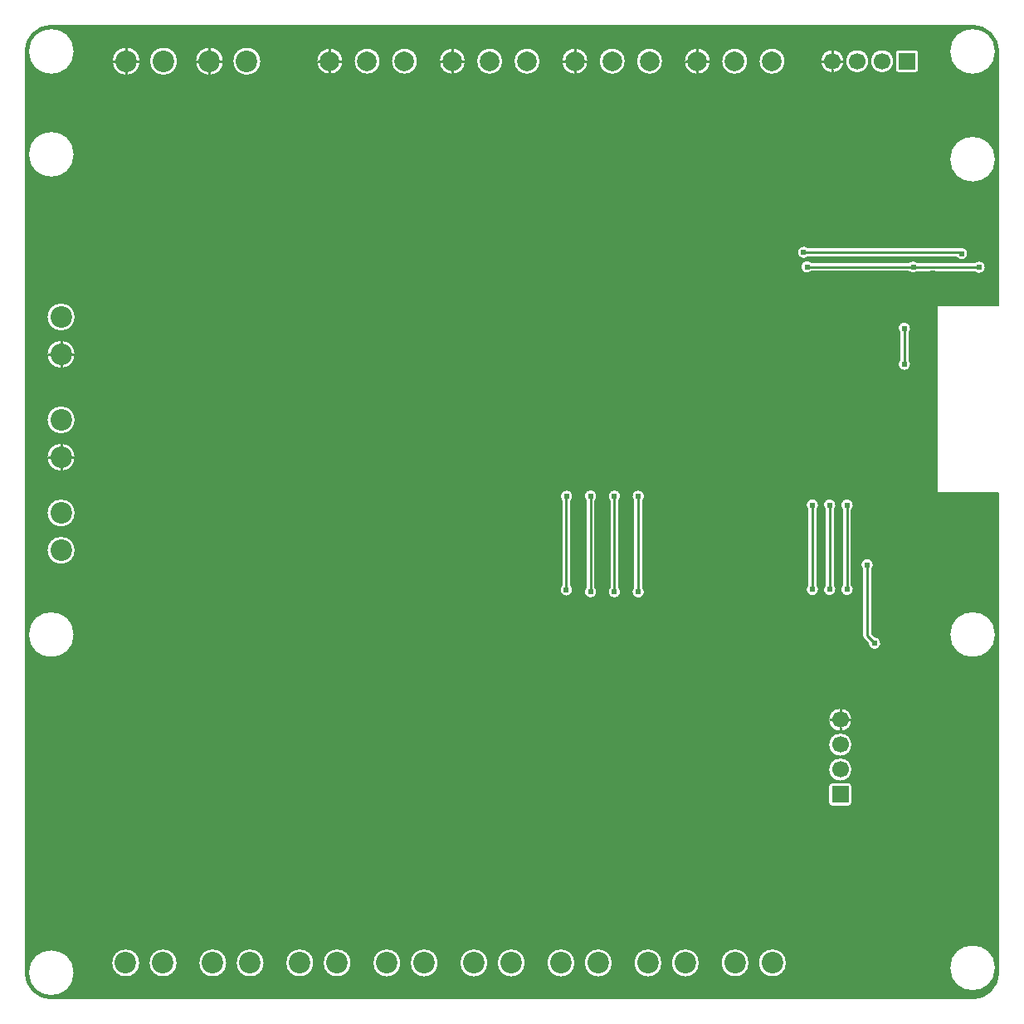
<source format=gbl>
G04 Layer: BottomLayer*
G04 EasyEDA Pro v2.2.40.8, 2025-08-06 11:59:20*
G04 Gerber Generator version 0.3*
G04 Scale: 100 percent, Rotated: No, Reflected: No*
G04 Dimensions in millimeters*
G04 Leading zeros omitted, absolute positions, 4 integers and 5 decimals*
G04 Generated by one-click*
%FSLAX45Y45*%
%MOMM*%
%ADD10C,0.2032*%
%ADD11C,0.254*%
%ADD12C,2.2*%
%ADD13C,2.0*%
%ADD14R,1.7X1.7*%
%ADD15C,1.7*%
%ADD16C,0.6120*%
%ADD17C,0.61*%
G75*


G04 Copper Start*
G36*
G01X9349981Y-4806547D02*
G01X9964186Y-4806547D01*
G01X9964186Y-9700000D01*
G01X9962260Y-9731844D01*
G01X9956509Y-9763224D01*
G01X9947018Y-9793682D01*
G01X9933925Y-9822773D01*
G01X9917421Y-9850075D01*
G01X9897746Y-9875188D01*
G01X9875188Y-9897746D01*
G01X9850075Y-9917421D01*
G01X9822773Y-9933925D01*
G01X9793682Y-9947018D01*
G01X9763224Y-9956509D01*
G01X9731844Y-9962260D01*
G01X9700000Y-9964186D01*
G01X300000Y-9964186D01*
G01X268156Y-9962260D01*
G01X236776Y-9956509D01*
G01X206318Y-9947018D01*
G01X177227Y-9933925D01*
G01X149925Y-9917421D01*
G01X124812Y-9897746D01*
G01X102254Y-9875188D01*
G01X82579Y-9850075D01*
G01X66075Y-9822773D01*
G01X52982Y-9793682D01*
G01X43491Y-9763224D01*
G01X37740Y-9731844D01*
G01X35814Y-9700000D01*
G01X35814Y-9699981D01*
G01X64185Y-9699981D01*
G01X64185Y-9699981D01*
G01X66203Y-9730761D01*
G01X72220Y-9761014D01*
G01X82136Y-9790223D01*
G01X95778Y-9817888D01*
G01X112915Y-9843535D01*
G01X133254Y-9866726D01*
G01X156445Y-9887065D01*
G01X182092Y-9904202D01*
G01X209757Y-9917844D01*
G01X238966Y-9927760D01*
G01X269219Y-9933777D01*
G01X299999Y-9935795D01*
G01X330779Y-9933777D01*
G01X361033Y-9927760D01*
G01X390242Y-9917844D01*
G01X417906Y-9904202D01*
G01X443554Y-9887065D01*
G01X466745Y-9866726D01*
G01X487083Y-9843535D01*
G01X504220Y-9817888D01*
G01X517863Y-9790223D01*
G01X527778Y-9761014D01*
G01X533796Y-9730761D01*
G01X535814Y-9699981D01*
G01X533796Y-9669201D01*
G01X527778Y-9638947D01*
G01X517863Y-9609738D01*
G01X513051Y-9599981D01*
G01X913684Y-9599981D01*
G01X915672Y-9623981D01*
G01X921584Y-9647326D01*
G01X931258Y-9669380D01*
G01X944430Y-9689541D01*
G01X960741Y-9707259D01*
G01X979745Y-9722051D01*
G01X1000925Y-9733513D01*
G01X1023702Y-9741333D01*
G01X1047456Y-9745297D01*
G01X1071539Y-9745297D01*
G01X1095293Y-9741333D01*
G01X1118070Y-9733513D01*
G01X1139250Y-9722051D01*
G01X1158254Y-9707259D01*
G01X1174565Y-9689541D01*
G01X1187737Y-9669380D01*
G01X1197411Y-9647326D01*
G01X1203323Y-9623981D01*
G01X1205311Y-9599981D01*
G01X1294684Y-9599981D01*
G01X1296672Y-9623981D01*
G01X1302584Y-9647326D01*
G01X1312258Y-9669380D01*
G01X1325430Y-9689541D01*
G01X1341741Y-9707259D01*
G01X1360745Y-9722051D01*
G01X1381925Y-9733513D01*
G01X1404702Y-9741333D01*
G01X1428456Y-9745297D01*
G01X1452539Y-9745297D01*
G01X1476293Y-9741333D01*
G01X1499070Y-9733513D01*
G01X1520250Y-9722051D01*
G01X1539254Y-9707259D01*
G01X1555565Y-9689541D01*
G01X1568737Y-9669380D01*
G01X1578411Y-9647326D01*
G01X1584323Y-9623981D01*
G01X1586311Y-9599981D01*
G01X1801782Y-9599981D01*
G01X1803771Y-9623981D01*
G01X1809683Y-9647326D01*
G01X1819356Y-9669380D01*
G01X1832528Y-9689541D01*
G01X1848839Y-9707259D01*
G01X1867843Y-9722051D01*
G01X1889023Y-9733513D01*
G01X1911801Y-9741333D01*
G01X1935555Y-9745297D01*
G01X1959637Y-9745297D01*
G01X1983391Y-9741333D01*
G01X2006169Y-9733513D01*
G01X2027348Y-9722051D01*
G01X2046353Y-9707259D01*
G01X2062663Y-9689541D01*
G01X2075835Y-9669380D01*
G01X2085509Y-9647326D01*
G01X2091421Y-9623981D01*
G01X2093410Y-9599981D01*
G01X2182782Y-9599981D01*
G01X2184771Y-9623981D01*
G01X2190683Y-9647326D01*
G01X2200356Y-9669380D01*
G01X2213528Y-9689541D01*
G01X2229839Y-9707259D01*
G01X2248843Y-9722051D01*
G01X2270023Y-9733513D01*
G01X2292801Y-9741333D01*
G01X2316555Y-9745297D01*
G01X2340637Y-9745297D01*
G01X2364391Y-9741333D01*
G01X2387169Y-9733513D01*
G01X2408348Y-9722051D01*
G01X2427353Y-9707259D01*
G01X2443663Y-9689541D01*
G01X2456835Y-9669380D01*
G01X2466509Y-9647326D01*
G01X2472421Y-9623981D01*
G01X2474410Y-9599981D01*
G01X2689880Y-9599981D01*
G01X2691869Y-9623981D01*
G01X2697781Y-9647326D01*
G01X2707455Y-9669380D01*
G01X2720627Y-9689541D01*
G01X2736937Y-9707259D01*
G01X2755942Y-9722051D01*
G01X2777121Y-9733513D01*
G01X2799899Y-9741333D01*
G01X2823653Y-9745297D01*
G01X2847735Y-9745297D01*
G01X2871489Y-9741333D01*
G01X2894267Y-9733513D01*
G01X2915447Y-9722051D01*
G01X2934451Y-9707259D01*
G01X2950762Y-9689541D01*
G01X2963933Y-9669380D01*
G01X2973607Y-9647326D01*
G01X2979519Y-9623981D01*
G01X2981508Y-9599981D01*
G01X3070880Y-9599981D01*
G01X3072869Y-9623981D01*
G01X3078781Y-9647326D01*
G01X3088455Y-9669380D01*
G01X3101627Y-9689541D01*
G01X3117937Y-9707259D01*
G01X3136942Y-9722051D01*
G01X3158121Y-9733513D01*
G01X3180899Y-9741333D01*
G01X3204653Y-9745297D01*
G01X3228735Y-9745297D01*
G01X3252489Y-9741333D01*
G01X3275267Y-9733513D01*
G01X3296447Y-9722051D01*
G01X3315451Y-9707259D01*
G01X3331762Y-9689541D01*
G01X3344933Y-9669380D01*
G01X3354607Y-9647326D01*
G01X3360519Y-9623981D01*
G01X3362508Y-9599981D01*
G01X3577979Y-9599981D01*
G01X3579967Y-9623981D01*
G01X3585879Y-9647326D01*
G01X3595553Y-9669380D01*
G01X3608725Y-9689541D01*
G01X3625035Y-9707259D01*
G01X3644040Y-9722051D01*
G01X3665220Y-9733513D01*
G01X3687997Y-9741333D01*
G01X3711751Y-9745297D01*
G01X3735834Y-9745297D01*
G01X3759588Y-9741333D01*
G01X3782365Y-9733513D01*
G01X3803545Y-9722051D01*
G01X3822549Y-9707259D01*
G01X3838860Y-9689541D01*
G01X3852032Y-9669380D01*
G01X3861706Y-9647326D01*
G01X3867617Y-9623981D01*
G01X3869606Y-9599981D01*
G01X3958979Y-9599981D01*
G01X3960967Y-9623981D01*
G01X3966879Y-9647326D01*
G01X3976553Y-9669380D01*
G01X3989725Y-9689541D01*
G01X4006035Y-9707259D01*
G01X4025040Y-9722051D01*
G01X4046220Y-9733513D01*
G01X4068997Y-9741333D01*
G01X4092751Y-9745297D01*
G01X4116834Y-9745297D01*
G01X4140588Y-9741333D01*
G01X4163365Y-9733513D01*
G01X4184545Y-9722051D01*
G01X4203549Y-9707259D01*
G01X4219860Y-9689541D01*
G01X4233032Y-9669380D01*
G01X4242706Y-9647326D01*
G01X4248617Y-9623981D01*
G01X4250606Y-9599981D01*
G01X4466077Y-9599981D01*
G01X4468066Y-9623981D01*
G01X4473978Y-9647326D01*
G01X4483651Y-9669380D01*
G01X4496823Y-9689541D01*
G01X4513134Y-9707259D01*
G01X4532138Y-9722051D01*
G01X4553318Y-9733513D01*
G01X4576096Y-9741333D01*
G01X4599849Y-9745297D01*
G01X4623932Y-9745297D01*
G01X4647686Y-9741333D01*
G01X4670463Y-9733513D01*
G01X4691643Y-9722051D01*
G01X4710648Y-9707259D01*
G01X4726958Y-9689541D01*
G01X4740130Y-9669380D01*
G01X4749804Y-9647326D01*
G01X4755716Y-9623981D01*
G01X4757704Y-9599981D01*
G01X4847077Y-9599981D01*
G01X4849066Y-9623981D01*
G01X4854978Y-9647326D01*
G01X4864651Y-9669380D01*
G01X4877823Y-9689541D01*
G01X4894134Y-9707259D01*
G01X4913138Y-9722051D01*
G01X4934318Y-9733513D01*
G01X4957096Y-9741333D01*
G01X4980849Y-9745297D01*
G01X5004932Y-9745297D01*
G01X5028686Y-9741333D01*
G01X5051463Y-9733513D01*
G01X5072643Y-9722051D01*
G01X5091648Y-9707259D01*
G01X5107958Y-9689541D01*
G01X5121130Y-9669380D01*
G01X5130804Y-9647326D01*
G01X5136716Y-9623981D01*
G01X5138704Y-9599981D01*
G01X5354175Y-9599981D01*
G01X5356164Y-9623981D01*
G01X5362076Y-9647326D01*
G01X5371750Y-9669380D01*
G01X5384921Y-9689541D01*
G01X5401232Y-9707259D01*
G01X5420236Y-9722051D01*
G01X5441416Y-9733513D01*
G01X5464194Y-9741333D01*
G01X5487948Y-9745297D01*
G01X5512030Y-9745297D01*
G01X5535784Y-9741333D01*
G01X5558562Y-9733513D01*
G01X5579742Y-9722051D01*
G01X5598746Y-9707259D01*
G01X5615057Y-9689541D01*
G01X5628228Y-9669380D01*
G01X5637902Y-9647326D01*
G01X5643814Y-9623981D01*
G01X5645803Y-9599981D01*
G01X5735175Y-9599981D01*
G01X5737164Y-9623981D01*
G01X5743076Y-9647326D01*
G01X5752750Y-9669380D01*
G01X5765921Y-9689541D01*
G01X5782232Y-9707259D01*
G01X5801236Y-9722051D01*
G01X5822416Y-9733513D01*
G01X5845194Y-9741333D01*
G01X5868948Y-9745297D01*
G01X5893030Y-9745297D01*
G01X5916784Y-9741333D01*
G01X5939562Y-9733513D01*
G01X5960742Y-9722051D01*
G01X5979746Y-9707259D01*
G01X5996057Y-9689541D01*
G01X6009228Y-9669380D01*
G01X6018902Y-9647326D01*
G01X6024814Y-9623981D01*
G01X6026803Y-9599981D01*
G01X6242274Y-9599981D01*
G01X6244262Y-9623981D01*
G01X6250174Y-9647326D01*
G01X6259848Y-9669380D01*
G01X6273020Y-9689541D01*
G01X6289330Y-9707259D01*
G01X6308335Y-9722051D01*
G01X6329515Y-9733513D01*
G01X6352292Y-9741333D01*
G01X6376046Y-9745297D01*
G01X6400129Y-9745297D01*
G01X6423882Y-9741333D01*
G01X6446660Y-9733513D01*
G01X6467840Y-9722051D01*
G01X6486844Y-9707259D01*
G01X6503155Y-9689541D01*
G01X6516327Y-9669380D01*
G01X6526000Y-9647326D01*
G01X6531912Y-9623981D01*
G01X6533901Y-9599981D01*
G01X6623274Y-9599981D01*
G01X6625262Y-9623981D01*
G01X6631174Y-9647326D01*
G01X6640848Y-9669380D01*
G01X6654020Y-9689541D01*
G01X6670330Y-9707259D01*
G01X6689335Y-9722051D01*
G01X6710515Y-9733513D01*
G01X6733292Y-9741333D01*
G01X6757046Y-9745297D01*
G01X6781129Y-9745297D01*
G01X6804882Y-9741333D01*
G01X6827660Y-9733513D01*
G01X6848840Y-9722051D01*
G01X6867844Y-9707259D01*
G01X6884155Y-9689541D01*
G01X6897327Y-9669380D01*
G01X6907000Y-9647326D01*
G01X6912912Y-9623981D01*
G01X6914901Y-9599981D01*
G01X7130372Y-9599981D01*
G01X7132361Y-9623981D01*
G01X7138272Y-9647326D01*
G01X7147946Y-9669380D01*
G01X7161118Y-9689541D01*
G01X7177429Y-9707259D01*
G01X7196433Y-9722051D01*
G01X7217613Y-9733513D01*
G01X7240390Y-9741333D01*
G01X7264144Y-9745297D01*
G01X7288227Y-9745297D01*
G01X7311981Y-9741333D01*
G01X7334758Y-9733513D01*
G01X7355938Y-9722051D01*
G01X7374943Y-9707259D01*
G01X7391253Y-9689541D01*
G01X7404425Y-9669380D01*
G01X7414099Y-9647326D01*
G01X7420011Y-9623981D01*
G01X7421999Y-9599981D01*
G01X7511372Y-9599981D01*
G01X7513361Y-9623981D01*
G01X7519272Y-9647326D01*
G01X7528946Y-9669380D01*
G01X7542118Y-9689541D01*
G01X7558429Y-9707259D01*
G01X7577433Y-9722051D01*
G01X7598613Y-9733513D01*
G01X7621390Y-9741333D01*
G01X7645144Y-9745297D01*
G01X7669227Y-9745297D01*
G01X7692981Y-9741333D01*
G01X7715758Y-9733513D01*
G01X7736938Y-9722051D01*
G01X7755943Y-9707259D01*
G01X7772253Y-9689541D01*
G01X7785425Y-9669380D01*
G01X7793935Y-9649981D01*
G01X9464166Y-9649981D01*
G01X9466184Y-9680761D01*
G01X9472202Y-9711014D01*
G01X9482117Y-9740223D01*
G01X9495760Y-9767888D01*
G01X9512897Y-9793535D01*
G01X9533235Y-9816726D01*
G01X9556426Y-9837065D01*
G01X9582074Y-9854202D01*
G01X9609738Y-9867845D01*
G01X9638947Y-9877760D01*
G01X9669201Y-9883777D01*
G01X9699981Y-9885795D01*
G01X9730761Y-9883777D01*
G01X9761014Y-9877760D01*
G01X9790223Y-9867845D01*
G01X9817888Y-9854202D01*
G01X9843535Y-9837065D01*
G01X9866726Y-9816726D01*
G01X9887065Y-9793535D01*
G01X9904202Y-9767888D01*
G01X9917844Y-9740223D01*
G01X9927760Y-9711014D01*
G01X9933777Y-9680761D01*
G01X9935795Y-9649981D01*
G01X9933777Y-9619201D01*
G01X9927760Y-9588948D01*
G01X9917844Y-9559739D01*
G01X9904202Y-9532074D01*
G01X9887065Y-9506426D01*
G01X9866726Y-9483235D01*
G01X9843535Y-9462897D01*
G01X9817888Y-9445760D01*
G01X9790223Y-9432117D01*
G01X9761014Y-9422202D01*
G01X9730761Y-9416184D01*
G01X9699981Y-9414167D01*
G01X9669201Y-9416184D01*
G01X9638947Y-9422202D01*
G01X9609738Y-9432117D01*
G01X9582074Y-9445760D01*
G01X9556426Y-9462897D01*
G01X9533235Y-9483235D01*
G01X9512897Y-9506426D01*
G01X9495760Y-9532074D01*
G01X9482117Y-9559739D01*
G01X9472202Y-9588948D01*
G01X9466184Y-9619201D01*
G01X9464166Y-9649981D01*
G01X9464166Y-9649981D01*
G01X7793935Y-9649981D01*
G01X7795099Y-9647326D01*
G01X7801011Y-9623981D01*
G01X7802999Y-9599981D01*
G01X7801011Y-9575981D01*
G01X7795099Y-9552635D01*
G01X7785425Y-9530581D01*
G01X7772253Y-9510420D01*
G01X7755943Y-9492702D01*
G01X7736938Y-9477910D01*
G01X7715758Y-9466448D01*
G01X7692981Y-9458629D01*
G01X7669227Y-9454665D01*
G01X7645144Y-9454665D01*
G01X7621390Y-9458629D01*
G01X7598613Y-9466448D01*
G01X7577433Y-9477910D01*
G01X7558429Y-9492702D01*
G01X7542118Y-9510420D01*
G01X7528946Y-9530581D01*
G01X7519272Y-9552635D01*
G01X7513361Y-9575981D01*
G01X7511372Y-9599981D01*
G01X7511372Y-9599981D01*
G01X7421999Y-9599981D01*
G01X7420011Y-9575981D01*
G01X7414099Y-9552635D01*
G01X7404425Y-9530581D01*
G01X7391253Y-9510420D01*
G01X7374943Y-9492702D01*
G01X7355938Y-9477910D01*
G01X7334758Y-9466448D01*
G01X7311981Y-9458629D01*
G01X7288227Y-9454665D01*
G01X7264144Y-9454665D01*
G01X7240390Y-9458629D01*
G01X7217613Y-9466448D01*
G01X7196433Y-9477910D01*
G01X7177429Y-9492702D01*
G01X7161118Y-9510420D01*
G01X7147946Y-9530581D01*
G01X7138272Y-9552635D01*
G01X7132361Y-9575981D01*
G01X7130372Y-9599981D01*
G01X7130372Y-9599981D01*
G01X6914901Y-9599981D01*
G01X6912912Y-9575981D01*
G01X6907000Y-9552635D01*
G01X6897327Y-9530581D01*
G01X6884155Y-9510420D01*
G01X6867844Y-9492702D01*
G01X6848840Y-9477910D01*
G01X6827660Y-9466448D01*
G01X6804882Y-9458629D01*
G01X6781129Y-9454665D01*
G01X6757046Y-9454665D01*
G01X6733292Y-9458629D01*
G01X6710515Y-9466448D01*
G01X6689335Y-9477910D01*
G01X6670330Y-9492702D01*
G01X6654020Y-9510420D01*
G01X6640848Y-9530581D01*
G01X6631174Y-9552635D01*
G01X6625262Y-9575981D01*
G01X6623274Y-9599981D01*
G01X6623274Y-9599981D01*
G01X6533901Y-9599981D01*
G01X6531912Y-9575981D01*
G01X6526000Y-9552635D01*
G01X6516327Y-9530581D01*
G01X6503155Y-9510420D01*
G01X6486844Y-9492702D01*
G01X6467840Y-9477910D01*
G01X6446660Y-9466448D01*
G01X6423882Y-9458629D01*
G01X6400129Y-9454665D01*
G01X6376046Y-9454665D01*
G01X6352292Y-9458629D01*
G01X6329515Y-9466448D01*
G01X6308335Y-9477910D01*
G01X6289330Y-9492702D01*
G01X6273020Y-9510420D01*
G01X6259848Y-9530581D01*
G01X6250174Y-9552635D01*
G01X6244262Y-9575981D01*
G01X6242274Y-9599981D01*
G01X6242274Y-9599981D01*
G01X6026803Y-9599981D01*
G01X6024814Y-9575981D01*
G01X6018902Y-9552635D01*
G01X6009228Y-9530581D01*
G01X5996057Y-9510420D01*
G01X5979746Y-9492702D01*
G01X5960742Y-9477910D01*
G01X5939562Y-9466448D01*
G01X5916784Y-9458629D01*
G01X5893030Y-9454665D01*
G01X5868948Y-9454665D01*
G01X5845194Y-9458629D01*
G01X5822416Y-9466448D01*
G01X5801236Y-9477910D01*
G01X5782232Y-9492702D01*
G01X5765921Y-9510420D01*
G01X5752750Y-9530581D01*
G01X5743076Y-9552635D01*
G01X5737164Y-9575981D01*
G01X5735175Y-9599981D01*
G01X5735175Y-9599981D01*
G01X5645803Y-9599981D01*
G01X5643814Y-9575981D01*
G01X5637902Y-9552635D01*
G01X5628228Y-9530581D01*
G01X5615057Y-9510420D01*
G01X5598746Y-9492702D01*
G01X5579742Y-9477910D01*
G01X5558562Y-9466448D01*
G01X5535784Y-9458629D01*
G01X5512030Y-9454665D01*
G01X5487948Y-9454665D01*
G01X5464194Y-9458629D01*
G01X5441416Y-9466448D01*
G01X5420236Y-9477910D01*
G01X5401232Y-9492702D01*
G01X5384921Y-9510420D01*
G01X5371750Y-9530581D01*
G01X5362076Y-9552635D01*
G01X5356164Y-9575981D01*
G01X5354175Y-9599981D01*
G01X5354175Y-9599981D01*
G01X5138704Y-9599981D01*
G01X5136716Y-9575981D01*
G01X5130804Y-9552635D01*
G01X5121130Y-9530581D01*
G01X5107958Y-9510420D01*
G01X5091648Y-9492702D01*
G01X5072643Y-9477910D01*
G01X5051463Y-9466448D01*
G01X5028686Y-9458629D01*
G01X5004932Y-9454665D01*
G01X4980849Y-9454665D01*
G01X4957096Y-9458629D01*
G01X4934318Y-9466448D01*
G01X4913138Y-9477910D01*
G01X4894134Y-9492702D01*
G01X4877823Y-9510420D01*
G01X4864651Y-9530581D01*
G01X4854978Y-9552635D01*
G01X4849066Y-9575981D01*
G01X4847077Y-9599981D01*
G01X4847077Y-9599981D01*
G01X4757704Y-9599981D01*
G01X4755716Y-9575981D01*
G01X4749804Y-9552635D01*
G01X4740130Y-9530581D01*
G01X4726958Y-9510420D01*
G01X4710648Y-9492702D01*
G01X4691643Y-9477910D01*
G01X4670463Y-9466448D01*
G01X4647686Y-9458629D01*
G01X4623932Y-9454665D01*
G01X4599849Y-9454665D01*
G01X4576096Y-9458629D01*
G01X4553318Y-9466448D01*
G01X4532138Y-9477910D01*
G01X4513134Y-9492702D01*
G01X4496823Y-9510420D01*
G01X4483651Y-9530581D01*
G01X4473978Y-9552635D01*
G01X4468066Y-9575981D01*
G01X4466077Y-9599981D01*
G01X4466077Y-9599981D01*
G01X4250606Y-9599981D01*
G01X4248617Y-9575981D01*
G01X4242706Y-9552635D01*
G01X4233032Y-9530581D01*
G01X4219860Y-9510420D01*
G01X4203549Y-9492702D01*
G01X4184545Y-9477910D01*
G01X4163365Y-9466448D01*
G01X4140588Y-9458629D01*
G01X4116834Y-9454665D01*
G01X4092751Y-9454665D01*
G01X4068997Y-9458629D01*
G01X4046220Y-9466448D01*
G01X4025040Y-9477910D01*
G01X4006035Y-9492702D01*
G01X3989725Y-9510420D01*
G01X3976553Y-9530581D01*
G01X3966879Y-9552635D01*
G01X3960967Y-9575981D01*
G01X3958979Y-9599981D01*
G01X3958979Y-9599981D01*
G01X3869606Y-9599981D01*
G01X3867617Y-9575981D01*
G01X3861706Y-9552635D01*
G01X3852032Y-9530581D01*
G01X3838860Y-9510420D01*
G01X3822549Y-9492702D01*
G01X3803545Y-9477910D01*
G01X3782365Y-9466448D01*
G01X3759588Y-9458629D01*
G01X3735834Y-9454665D01*
G01X3711751Y-9454665D01*
G01X3687997Y-9458629D01*
G01X3665220Y-9466448D01*
G01X3644040Y-9477910D01*
G01X3625035Y-9492702D01*
G01X3608725Y-9510420D01*
G01X3595553Y-9530581D01*
G01X3585879Y-9552635D01*
G01X3579967Y-9575981D01*
G01X3577979Y-9599981D01*
G01X3577979Y-9599981D01*
G01X3362508Y-9599981D01*
G01X3360519Y-9575981D01*
G01X3354607Y-9552635D01*
G01X3344933Y-9530581D01*
G01X3331762Y-9510420D01*
G01X3315451Y-9492702D01*
G01X3296447Y-9477910D01*
G01X3275267Y-9466448D01*
G01X3252489Y-9458629D01*
G01X3228735Y-9454665D01*
G01X3204653Y-9454665D01*
G01X3180899Y-9458629D01*
G01X3158121Y-9466448D01*
G01X3136942Y-9477910D01*
G01X3117937Y-9492702D01*
G01X3101627Y-9510420D01*
G01X3088455Y-9530581D01*
G01X3078781Y-9552635D01*
G01X3072869Y-9575981D01*
G01X3070880Y-9599981D01*
G01X3070880Y-9599981D01*
G01X2981508Y-9599981D01*
G01X2979519Y-9575981D01*
G01X2973607Y-9552635D01*
G01X2963933Y-9530581D01*
G01X2950762Y-9510420D01*
G01X2934451Y-9492702D01*
G01X2915447Y-9477910D01*
G01X2894267Y-9466448D01*
G01X2871489Y-9458629D01*
G01X2847735Y-9454665D01*
G01X2823653Y-9454665D01*
G01X2799899Y-9458629D01*
G01X2777121Y-9466448D01*
G01X2755942Y-9477910D01*
G01X2736937Y-9492702D01*
G01X2720627Y-9510420D01*
G01X2707455Y-9530581D01*
G01X2697781Y-9552635D01*
G01X2691869Y-9575981D01*
G01X2689880Y-9599981D01*
G01X2689880Y-9599981D01*
G01X2474410Y-9599981D01*
G01X2472421Y-9575981D01*
G01X2466509Y-9552635D01*
G01X2456835Y-9530581D01*
G01X2443663Y-9510420D01*
G01X2427353Y-9492702D01*
G01X2408348Y-9477910D01*
G01X2387169Y-9466448D01*
G01X2364391Y-9458629D01*
G01X2340637Y-9454665D01*
G01X2316555Y-9454665D01*
G01X2292801Y-9458629D01*
G01X2270023Y-9466448D01*
G01X2248843Y-9477910D01*
G01X2229839Y-9492702D01*
G01X2213528Y-9510420D01*
G01X2200356Y-9530581D01*
G01X2190683Y-9552635D01*
G01X2184771Y-9575981D01*
G01X2182782Y-9599981D01*
G01X2182782Y-9599981D01*
G01X2093410Y-9599981D01*
G01X2091421Y-9575981D01*
G01X2085509Y-9552635D01*
G01X2075835Y-9530581D01*
G01X2062663Y-9510420D01*
G01X2046353Y-9492702D01*
G01X2027348Y-9477910D01*
G01X2006169Y-9466448D01*
G01X1983391Y-9458629D01*
G01X1959637Y-9454665D01*
G01X1935555Y-9454665D01*
G01X1911801Y-9458629D01*
G01X1889023Y-9466448D01*
G01X1867843Y-9477910D01*
G01X1848839Y-9492702D01*
G01X1832528Y-9510420D01*
G01X1819356Y-9530581D01*
G01X1809683Y-9552635D01*
G01X1803771Y-9575981D01*
G01X1801782Y-9599981D01*
G01X1801782Y-9599981D01*
G01X1586311Y-9599981D01*
G01X1584323Y-9575981D01*
G01X1578411Y-9552635D01*
G01X1568737Y-9530581D01*
G01X1555565Y-9510420D01*
G01X1539254Y-9492702D01*
G01X1520250Y-9477910D01*
G01X1499070Y-9466448D01*
G01X1476293Y-9458629D01*
G01X1452539Y-9454665D01*
G01X1428456Y-9454665D01*
G01X1404702Y-9458629D01*
G01X1381925Y-9466448D01*
G01X1360745Y-9477910D01*
G01X1341741Y-9492702D01*
G01X1325430Y-9510420D01*
G01X1312258Y-9530581D01*
G01X1302584Y-9552635D01*
G01X1296672Y-9575981D01*
G01X1294684Y-9599981D01*
G01X1294684Y-9599981D01*
G01X1205311Y-9599981D01*
G01X1203323Y-9575981D01*
G01X1197411Y-9552635D01*
G01X1187737Y-9530581D01*
G01X1174565Y-9510420D01*
G01X1158254Y-9492702D01*
G01X1139250Y-9477910D01*
G01X1118070Y-9466448D01*
G01X1095293Y-9458629D01*
G01X1071539Y-9454665D01*
G01X1047456Y-9454665D01*
G01X1023702Y-9458629D01*
G01X1000925Y-9466448D01*
G01X979745Y-9477910D01*
G01X960741Y-9492702D01*
G01X944430Y-9510420D01*
G01X931258Y-9530581D01*
G01X921584Y-9552635D01*
G01X915672Y-9575981D01*
G01X913684Y-9599981D01*
G01X913684Y-9599981D01*
G01X513051Y-9599981D01*
G01X504220Y-9582074D01*
G01X487083Y-9556426D01*
G01X466745Y-9533235D01*
G01X443554Y-9512897D01*
G01X417906Y-9495760D01*
G01X390242Y-9482117D01*
G01X361033Y-9472202D01*
G01X330779Y-9466184D01*
G01X299999Y-9464166D01*
G01X269219Y-9466184D01*
G01X238966Y-9472202D01*
G01X209757Y-9482117D01*
G01X182092Y-9495760D01*
G01X156445Y-9512897D01*
G01X133254Y-9533235D01*
G01X112915Y-9556426D01*
G01X95778Y-9582074D01*
G01X82136Y-9609738D01*
G01X72220Y-9638947D01*
G01X66203Y-9669201D01*
G01X64185Y-9699981D01*
G01X35814Y-9699981D01*
G01X35814Y-7965985D01*
G01X8229169Y-7965985D01*
G01X8230922Y-7977052D01*
G01X8236009Y-7987036D01*
G01X8243933Y-7994959D01*
G01X8253916Y-8000046D01*
G01X8264983Y-8001799D01*
G01X8434983Y-8001799D01*
G01X8446050Y-8000046D01*
G01X8456034Y-7994959D01*
G01X8463957Y-7987036D01*
G01X8469044Y-7977052D01*
G01X8470797Y-7965985D01*
G01X8470797Y-7795985D01*
G01X8470797Y-7795985D01*
G01X8469044Y-7784918D01*
G01X8463957Y-7774934D01*
G01X8456034Y-7767011D01*
G01X8446050Y-7761924D01*
G01X8434983Y-7760171D01*
G01X8264983Y-7760171D01*
G01X8253916Y-7761924D01*
G01X8243933Y-7767011D01*
G01X8236009Y-7774934D01*
G01X8230922Y-7784918D01*
G01X8229169Y-7795985D01*
G01X8229169Y-7965985D01*
G01X35814Y-7965985D01*
G01X35814Y-7626985D01*
G01X8229169Y-7626985D01*
G01X8231005Y-7647964D01*
G01X8236455Y-7668306D01*
G01X8245355Y-7687392D01*
G01X8257435Y-7704643D01*
G01X8272326Y-7719534D01*
G01X8289576Y-7731613D01*
G01X8308663Y-7740513D01*
G01X8329004Y-7745963D01*
G01X8349983Y-7747799D01*
G01X8349983Y-7747799D01*
G01X8370962Y-7745963D01*
G01X8391304Y-7740513D01*
G01X8410390Y-7731613D01*
G01X8427641Y-7719534D01*
G01X8442532Y-7704643D01*
G01X8454611Y-7687392D01*
G01X8463511Y-7668306D01*
G01X8468962Y-7647964D01*
G01X8470797Y-7626985D01*
G01X8468962Y-7606006D01*
G01X8463511Y-7585664D01*
G01X8454611Y-7566578D01*
G01X8442532Y-7549327D01*
G01X8427641Y-7534436D01*
G01X8410390Y-7522357D01*
G01X8391304Y-7513457D01*
G01X8370962Y-7508007D01*
G01X8349983Y-7506171D01*
G01X8329004Y-7508007D01*
G01X8308663Y-7513457D01*
G01X8289576Y-7522357D01*
G01X8272326Y-7534436D01*
G01X8257435Y-7549327D01*
G01X8245355Y-7566578D01*
G01X8236455Y-7585664D01*
G01X8231005Y-7606006D01*
G01X8229169Y-7626985D01*
G01X35814Y-7626985D01*
G01X35814Y-7372985D01*
G01X8229169Y-7372985D01*
G01X8231005Y-7393964D01*
G01X8236455Y-7414306D01*
G01X8245355Y-7433392D01*
G01X8257435Y-7450643D01*
G01X8272326Y-7465534D01*
G01X8289576Y-7477613D01*
G01X8308663Y-7486513D01*
G01X8329004Y-7491963D01*
G01X8349983Y-7493799D01*
G01X8349983Y-7493799D01*
G01X8370962Y-7491963D01*
G01X8391304Y-7486513D01*
G01X8410390Y-7477613D01*
G01X8427641Y-7465534D01*
G01X8442532Y-7450643D01*
G01X8454611Y-7433392D01*
G01X8463511Y-7414306D01*
G01X8468962Y-7393964D01*
G01X8470797Y-7372985D01*
G01X8468962Y-7352006D01*
G01X8463511Y-7331664D01*
G01X8454611Y-7312578D01*
G01X8442532Y-7295327D01*
G01X8427641Y-7280436D01*
G01X8410390Y-7268357D01*
G01X8391304Y-7259457D01*
G01X8370962Y-7254007D01*
G01X8349983Y-7252171D01*
G01X8329004Y-7254007D01*
G01X8308663Y-7259457D01*
G01X8289576Y-7268357D01*
G01X8272326Y-7280436D01*
G01X8257435Y-7295327D01*
G01X8245355Y-7312578D01*
G01X8236455Y-7331664D01*
G01X8231005Y-7352006D01*
G01X8229169Y-7372985D01*
G01X35814Y-7372985D01*
G01X35814Y-7118985D01*
G01X8229169Y-7118985D01*
G01X8231005Y-7139964D01*
G01X8236455Y-7160306D01*
G01X8245355Y-7179392D01*
G01X8257435Y-7196643D01*
G01X8272326Y-7211534D01*
G01X8289576Y-7223613D01*
G01X8308663Y-7232513D01*
G01X8329004Y-7237963D01*
G01X8349983Y-7239799D01*
G01X8349983Y-7239799D01*
G01X8370962Y-7237963D01*
G01X8391304Y-7232513D01*
G01X8410390Y-7223613D01*
G01X8427641Y-7211534D01*
G01X8442532Y-7196643D01*
G01X8454611Y-7179392D01*
G01X8463511Y-7160306D01*
G01X8468962Y-7139964D01*
G01X8470797Y-7118985D01*
G01X8468962Y-7098006D01*
G01X8463511Y-7077664D01*
G01X8454611Y-7058578D01*
G01X8442532Y-7041327D01*
G01X8427641Y-7026436D01*
G01X8410390Y-7014357D01*
G01X8391304Y-7005457D01*
G01X8370962Y-7000007D01*
G01X8349983Y-6998171D01*
G01X8329004Y-7000007D01*
G01X8308663Y-7005457D01*
G01X8289576Y-7014357D01*
G01X8272326Y-7026436D01*
G01X8257435Y-7041327D01*
G01X8245355Y-7058578D01*
G01X8236455Y-7077664D01*
G01X8231005Y-7098006D01*
G01X8229169Y-7118985D01*
G01X35814Y-7118985D01*
G01X35814Y-6249987D01*
G01X64185Y-6249987D01*
G01X64185Y-6249987D01*
G01X66203Y-6280767D01*
G01X72220Y-6311021D01*
G01X82136Y-6340230D01*
G01X95778Y-6367895D01*
G01X112915Y-6393542D01*
G01X133254Y-6416733D01*
G01X156445Y-6437071D01*
G01X182092Y-6454209D01*
G01X209757Y-6467851D01*
G01X238966Y-6477766D01*
G01X269219Y-6483784D01*
G01X299999Y-6485802D01*
G01X330779Y-6483784D01*
G01X361033Y-6477766D01*
G01X390242Y-6467851D01*
G01X417906Y-6454209D01*
G01X443554Y-6437071D01*
G01X466745Y-6416733D01*
G01X487083Y-6393542D01*
G01X504220Y-6367895D01*
G01X517863Y-6340230D01*
G01X527778Y-6311021D01*
G01X533796Y-6280767D01*
G01X535814Y-6249987D01*
G01X533796Y-6219208D01*
G01X527778Y-6188954D01*
G01X517863Y-6159745D01*
G01X504220Y-6132080D01*
G01X487083Y-6106433D01*
G01X466745Y-6083242D01*
G01X443554Y-6062904D01*
G01X417906Y-6045766D01*
G01X390242Y-6032124D01*
G01X361033Y-6022209D01*
G01X330779Y-6016191D01*
G01X299999Y-6014173D01*
G01X269219Y-6016191D01*
G01X238966Y-6022209D01*
G01X209757Y-6032124D01*
G01X182092Y-6045766D01*
G01X156445Y-6062904D01*
G01X133254Y-6083242D01*
G01X112915Y-6106433D01*
G01X95778Y-6132080D01*
G01X82136Y-6159745D01*
G01X72220Y-6188954D01*
G01X66203Y-6219208D01*
G01X64185Y-6249987D01*
G01X35814Y-6249987D01*
G01X35814Y-5789267D01*
G01X5487721Y-5789267D01*
G01X5488675Y-5804594D01*
G01X5493129Y-5819291D01*
G01X5500844Y-5832569D01*
G01X5511407Y-5843716D01*
G01X5524250Y-5852135D01*
G01X5538685Y-5857374D01*
G01X5553939Y-5859152D01*
G01X5569192Y-5857374D01*
G01X5583627Y-5852135D01*
G01X5596471Y-5843716D01*
G01X5607033Y-5832569D01*
G01X5614748Y-5819291D01*
G01X5617616Y-5809829D01*
G01X5736082Y-5809829D01*
G01X5737036Y-5825156D01*
G01X5741490Y-5839852D01*
G01X5749205Y-5853130D01*
G01X5759768Y-5864278D01*
G01X5772611Y-5872697D01*
G01X5787046Y-5877936D01*
G01X5802300Y-5879714D01*
G01X5817553Y-5877936D01*
G01X5831989Y-5872697D01*
G01X5844832Y-5864278D01*
G01X5855394Y-5853130D01*
G01X5863109Y-5839852D01*
G01X5867563Y-5825156D01*
G01X5868518Y-5809829D01*
G01X5979782Y-5809829D01*
G01X5980736Y-5825156D01*
G01X5985190Y-5839852D01*
G01X5992906Y-5853130D01*
G01X6003468Y-5864278D01*
G01X6016311Y-5872697D01*
G01X6030747Y-5877936D01*
G01X6046000Y-5879714D01*
G01X6061253Y-5877936D01*
G01X6075689Y-5872697D01*
G01X6088532Y-5864278D01*
G01X6099095Y-5853130D01*
G01X6106810Y-5839852D01*
G01X6111264Y-5825156D01*
G01X6112069Y-5812229D01*
G01X6222682Y-5812229D01*
G01X6223637Y-5827556D01*
G01X6228091Y-5842253D01*
G01X6235806Y-5855531D01*
G01X6246368Y-5866678D01*
G01X6259211Y-5875097D01*
G01X6273647Y-5880336D01*
G01X6288900Y-5882114D01*
G01X6304154Y-5880336D01*
G01X6318589Y-5875097D01*
G01X6331432Y-5866678D01*
G01X6341995Y-5855531D01*
G01X6349710Y-5842253D01*
G01X6354164Y-5827556D01*
G01X6355118Y-5812229D01*
G01X6352521Y-5797094D01*
G01X6348157Y-5786829D01*
G01X7999082Y-5786829D01*
G01X8000036Y-5802156D01*
G01X8004490Y-5816853D01*
G01X8012206Y-5830131D01*
G01X8022768Y-5841278D01*
G01X8035611Y-5849697D01*
G01X8050047Y-5854936D01*
G01X8065300Y-5856714D01*
G01X8080553Y-5854936D01*
G01X8094989Y-5849697D01*
G01X8107832Y-5841278D01*
G01X8118395Y-5830131D01*
G01X8126110Y-5816853D01*
G01X8130564Y-5802156D01*
G01X8131518Y-5786829D01*
G01X8176082Y-5786829D01*
G01X8177036Y-5802156D01*
G01X8181490Y-5816853D01*
G01X8189206Y-5830131D01*
G01X8199768Y-5841278D01*
G01X8212611Y-5849697D01*
G01X8227047Y-5854936D01*
G01X8242300Y-5856714D01*
G01X8257553Y-5854936D01*
G01X8271989Y-5849697D01*
G01X8284832Y-5841278D01*
G01X8295394Y-5830131D01*
G01X8303110Y-5816853D01*
G01X8307564Y-5802156D01*
G01X8308518Y-5786829D01*
G01X8353082Y-5786829D01*
G01X8354036Y-5802156D01*
G01X8358490Y-5816853D01*
G01X8366205Y-5830131D01*
G01X8376768Y-5841278D01*
G01X8389611Y-5849697D01*
G01X8404047Y-5854936D01*
G01X8419300Y-5856714D01*
G01X8434553Y-5854936D01*
G01X8448989Y-5849697D01*
G01X8461832Y-5841278D01*
G01X8472394Y-5830131D01*
G01X8480110Y-5816853D01*
G01X8484564Y-5802156D01*
G01X8485518Y-5786829D01*
G01X8482921Y-5771694D01*
G01X8476912Y-5757561D01*
G01X8467814Y-5745190D01*
G01X8467814Y-5540771D01*
G01X8557565Y-5540771D01*
G01X8560162Y-5555906D01*
G01X8566170Y-5570039D01*
G01X8575269Y-5582410D01*
G01X8575269Y-6261100D01*
G01X8575269Y-6261100D01*
G01X8576922Y-6273656D01*
G01X8581768Y-6285357D01*
G01X8589478Y-6295405D01*
G01X8633710Y-6339636D01*
G01X8636024Y-6354818D01*
G01X8641768Y-6369059D01*
G01X8650635Y-6381598D01*
G01X8662147Y-6391761D01*
G01X8675689Y-6399004D01*
G01X8690533Y-6402937D01*
G01X8705884Y-6403351D01*
G01X8720919Y-6400222D01*
G01X8734831Y-6393720D01*
G01X8746874Y-6384191D01*
G01X8756402Y-6372148D01*
G01X8762905Y-6358236D01*
G01X8766034Y-6343201D01*
G01X8765620Y-6327850D01*
G01X8761686Y-6313006D01*
G01X8754444Y-6299464D01*
G01X8744281Y-6287952D01*
G01X8731742Y-6279086D01*
G01X8717500Y-6273341D01*
G01X8702319Y-6271027D01*
G01X8681279Y-6249987D01*
G01X9464166Y-6249987D01*
G01X9466184Y-6280767D01*
G01X9472202Y-6311021D01*
G01X9482117Y-6340230D01*
G01X9495760Y-6367895D01*
G01X9512897Y-6393542D01*
G01X9533235Y-6416733D01*
G01X9556426Y-6437071D01*
G01X9582074Y-6454209D01*
G01X9609738Y-6467851D01*
G01X9638947Y-6477766D01*
G01X9669201Y-6483784D01*
G01X9699981Y-6485802D01*
G01X9730761Y-6483784D01*
G01X9761014Y-6477766D01*
G01X9790223Y-6467851D01*
G01X9817888Y-6454209D01*
G01X9843535Y-6437071D01*
G01X9866726Y-6416733D01*
G01X9887065Y-6393542D01*
G01X9904202Y-6367895D01*
G01X9917844Y-6340230D01*
G01X9927760Y-6311021D01*
G01X9933777Y-6280767D01*
G01X9935795Y-6249987D01*
G01X9933777Y-6219208D01*
G01X9927760Y-6188954D01*
G01X9917844Y-6159745D01*
G01X9904202Y-6132080D01*
G01X9887065Y-6106433D01*
G01X9866726Y-6083242D01*
G01X9843535Y-6062904D01*
G01X9817888Y-6045766D01*
G01X9790223Y-6032124D01*
G01X9761014Y-6022209D01*
G01X9730761Y-6016191D01*
G01X9699981Y-6014173D01*
G01X9669201Y-6016191D01*
G01X9638947Y-6022209D01*
G01X9609738Y-6032124D01*
G01X9582074Y-6045766D01*
G01X9556426Y-6062904D01*
G01X9533235Y-6083242D01*
G01X9512897Y-6106433D01*
G01X9495760Y-6132080D01*
G01X9482117Y-6159745D01*
G01X9472202Y-6188954D01*
G01X9466184Y-6219208D01*
G01X9464166Y-6249987D01*
G01X9464166Y-6249987D01*
G01X8681279Y-6249987D01*
G01X8672297Y-6241005D01*
G01X8672297Y-5582410D01*
G01X8681395Y-5570039D01*
G01X8687404Y-5555906D01*
G01X8690000Y-5540771D01*
G01X8689046Y-5525444D01*
G01X8684592Y-5510747D01*
G01X8676877Y-5497469D01*
G01X8666315Y-5486322D01*
G01X8653471Y-5477903D01*
G01X8639036Y-5472664D01*
G01X8623783Y-5470886D01*
G01X8608529Y-5472664D01*
G01X8594094Y-5477903D01*
G01X8581251Y-5486322D01*
G01X8570688Y-5497469D01*
G01X8562973Y-5510747D01*
G01X8558519Y-5525444D01*
G01X8557565Y-5540771D01*
G01X8467814Y-5540771D01*
G01X8467814Y-4972810D01*
G01X8476912Y-4960439D01*
G01X8482921Y-4946306D01*
G01X8485518Y-4931171D01*
G01X8484564Y-4915844D01*
G01X8480110Y-4901147D01*
G01X8472394Y-4887869D01*
G01X8461832Y-4876722D01*
G01X8448989Y-4868303D01*
G01X8434553Y-4863064D01*
G01X8419300Y-4861286D01*
G01X8404047Y-4863064D01*
G01X8389611Y-4868303D01*
G01X8376768Y-4876722D01*
G01X8366205Y-4887869D01*
G01X8358490Y-4901147D01*
G01X8354036Y-4915844D01*
G01X8353082Y-4931171D01*
G01X8355679Y-4946306D01*
G01X8361688Y-4960439D01*
G01X8370786Y-4972810D01*
G01X8370786Y-5745190D01*
G01X8370786Y-5745190D01*
G01X8361688Y-5757561D01*
G01X8355679Y-5771694D01*
G01X8353082Y-5786829D01*
G01X8308518Y-5786829D01*
G01X8305921Y-5771694D01*
G01X8299912Y-5757561D01*
G01X8290814Y-5745190D01*
G01X8290814Y-4972810D01*
G01X8299912Y-4960439D01*
G01X8305921Y-4946306D01*
G01X8308518Y-4931171D01*
G01X8307564Y-4915844D01*
G01X8303110Y-4901147D01*
G01X8295394Y-4887869D01*
G01X8284832Y-4876722D01*
G01X8271989Y-4868303D01*
G01X8257553Y-4863064D01*
G01X8242300Y-4861286D01*
G01X8227047Y-4863064D01*
G01X8212611Y-4868303D01*
G01X8199768Y-4876722D01*
G01X8189206Y-4887869D01*
G01X8181490Y-4901147D01*
G01X8177036Y-4915844D01*
G01X8176082Y-4931171D01*
G01X8178679Y-4946306D01*
G01X8184688Y-4960439D01*
G01X8193786Y-4972810D01*
G01X8193786Y-5745190D01*
G01X8193786Y-5745190D01*
G01X8184688Y-5757561D01*
G01X8178679Y-5771694D01*
G01X8176082Y-5786829D01*
G01X8131518Y-5786829D01*
G01X8128921Y-5771694D01*
G01X8122912Y-5757561D01*
G01X8113814Y-5745190D01*
G01X8113814Y-4972810D01*
G01X8122912Y-4960439D01*
G01X8128921Y-4946306D01*
G01X8131518Y-4931171D01*
G01X8130564Y-4915844D01*
G01X8126110Y-4901147D01*
G01X8118395Y-4887869D01*
G01X8107832Y-4876722D01*
G01X8094989Y-4868303D01*
G01X8080553Y-4863064D01*
G01X8065300Y-4861286D01*
G01X8050047Y-4863064D01*
G01X8035611Y-4868303D01*
G01X8022768Y-4876722D01*
G01X8012206Y-4887869D01*
G01X8004490Y-4901147D01*
G01X8000036Y-4915844D01*
G01X7999082Y-4931171D01*
G01X8001679Y-4946306D01*
G01X8007688Y-4960439D01*
G01X8016786Y-4972810D01*
G01X8016786Y-5745190D01*
G01X8016786Y-5745190D01*
G01X8007688Y-5757561D01*
G01X8001679Y-5771694D01*
G01X7999082Y-5786829D01*
G01X6348157Y-5786829D01*
G01X6346513Y-5782961D01*
G01X6337414Y-5770590D01*
G01X6337414Y-4883110D01*
G01X6346513Y-4870739D01*
G01X6352521Y-4856606D01*
G01X6355118Y-4841471D01*
G01X6354164Y-4826144D01*
G01X6349710Y-4811447D01*
G01X6341995Y-4798169D01*
G01X6331432Y-4787022D01*
G01X6318589Y-4778603D01*
G01X6304154Y-4773364D01*
G01X6288900Y-4771586D01*
G01X6273647Y-4773364D01*
G01X6259211Y-4778603D01*
G01X6246368Y-4787022D01*
G01X6235806Y-4798169D01*
G01X6228091Y-4811447D01*
G01X6223637Y-4826144D01*
G01X6222682Y-4841471D01*
G01X6225279Y-4856606D01*
G01X6231288Y-4870739D01*
G01X6240386Y-4883110D01*
G01X6240386Y-5770590D01*
G01X6240386Y-5770590D01*
G01X6231288Y-5782961D01*
G01X6225279Y-5797094D01*
G01X6222682Y-5812229D01*
G01X6112069Y-5812229D01*
G01X6112218Y-5809829D01*
G01X6109621Y-5794693D01*
G01X6103612Y-5780561D01*
G01X6094514Y-5768190D01*
G01X6094514Y-4882310D01*
G01X6103612Y-4869939D01*
G01X6109621Y-4855806D01*
G01X6112218Y-4840671D01*
G01X6111264Y-4825344D01*
G01X6106810Y-4810647D01*
G01X6099095Y-4797369D01*
G01X6088532Y-4786222D01*
G01X6075689Y-4777803D01*
G01X6061253Y-4772564D01*
G01X6046000Y-4770786D01*
G01X6030747Y-4772564D01*
G01X6016311Y-4777803D01*
G01X6003468Y-4786222D01*
G01X5992906Y-4797369D01*
G01X5985190Y-4810647D01*
G01X5980736Y-4825344D01*
G01X5979782Y-4840671D01*
G01X5982379Y-4855806D01*
G01X5988388Y-4869939D01*
G01X5997486Y-4882310D01*
G01X5997486Y-5768190D01*
G01X5997486Y-5768190D01*
G01X5988388Y-5780561D01*
G01X5982379Y-5794693D01*
G01X5979782Y-5809829D01*
G01X5868518Y-5809829D01*
G01X5865921Y-5794693D01*
G01X5859912Y-5780561D01*
G01X5850814Y-5768190D01*
G01X5850814Y-4881510D01*
G01X5859912Y-4869138D01*
G01X5865921Y-4855006D01*
G01X5868518Y-4839871D01*
G01X5867563Y-4824544D01*
G01X5863109Y-4809847D01*
G01X5855394Y-4796569D01*
G01X5844832Y-4785422D01*
G01X5831989Y-4777003D01*
G01X5817553Y-4771764D01*
G01X5802300Y-4769986D01*
G01X5787046Y-4771764D01*
G01X5772611Y-4777003D01*
G01X5759768Y-4785422D01*
G01X5749205Y-4796569D01*
G01X5741490Y-4809847D01*
G01X5737036Y-4824544D01*
G01X5736082Y-4839871D01*
G01X5738679Y-4855006D01*
G01X5744688Y-4869138D01*
G01X5753786Y-4881510D01*
G01X5753786Y-5768190D01*
G01X5753786Y-5768190D01*
G01X5744688Y-5780561D01*
G01X5738679Y-5794693D01*
G01X5736082Y-5809829D01*
G01X5617616Y-5809829D01*
G01X5619202Y-5804594D01*
G01X5620156Y-5789267D01*
G01X5617560Y-5774132D01*
G01X5611551Y-5760000D01*
G01X5602453Y-5747628D01*
G01X5602453Y-4887034D01*
G01X5612343Y-4875309D01*
G01X5619276Y-4861625D01*
G01X5622878Y-4846714D01*
G01X5622958Y-4831374D01*
G01X5619512Y-4816427D01*
G01X5612723Y-4802671D01*
G01X5602955Y-4790843D01*
G01X5590731Y-4781576D01*
G01X5576705Y-4775366D01*
G01X5561627Y-4772544D01*
G01X5546304Y-4773262D01*
G01X5531556Y-4777482D01*
G01X5518172Y-4784978D01*
G01X5506869Y-4795348D01*
G01X5498250Y-4808038D01*
G01X5492778Y-4822369D01*
G01X5490746Y-4837573D01*
G01X5492261Y-4852838D01*
G01X5497243Y-4867346D01*
G01X5505425Y-4880322D01*
G01X5505425Y-5747628D01*
G01X5505425Y-5747628D01*
G01X5496326Y-5760000D01*
G01X5490318Y-5774132D01*
G01X5487721Y-5789267D01*
G01X35814Y-5789267D01*
G01X35814Y-5402531D01*
G01X254683Y-5402531D01*
G01X258647Y-5426285D01*
G01X266467Y-5449062D01*
G01X277929Y-5470242D01*
G01X292721Y-5489247D01*
G01X310439Y-5505557D01*
G01X330600Y-5518729D01*
G01X352654Y-5528403D01*
G01X375999Y-5534315D01*
G01X399999Y-5536303D01*
G01X423999Y-5534315D01*
G01X447345Y-5528403D01*
G01X469399Y-5518729D01*
G01X489560Y-5505557D01*
G01X507278Y-5489247D01*
G01X522070Y-5470242D01*
G01X533532Y-5449062D01*
G01X541351Y-5426285D01*
G01X545315Y-5402531D01*
G01X545315Y-5378448D01*
G01X541351Y-5354694D01*
G01X533532Y-5331917D01*
G01X522070Y-5310737D01*
G01X507278Y-5291733D01*
G01X489560Y-5275422D01*
G01X469399Y-5262250D01*
G01X447345Y-5252576D01*
G01X423999Y-5246665D01*
G01X399999Y-5244676D01*
G01X399999Y-5244676D01*
G01X375999Y-5246665D01*
G01X352654Y-5252576D01*
G01X330600Y-5262250D01*
G01X310439Y-5275422D01*
G01X292721Y-5291733D01*
G01X277929Y-5310737D01*
G01X266467Y-5331917D01*
G01X258647Y-5354694D01*
G01X254683Y-5378448D01*
G01X254683Y-5402531D01*
G01X35814Y-5402531D01*
G01X35814Y-5021531D01*
G01X254683Y-5021531D01*
G01X258647Y-5045285D01*
G01X266467Y-5068062D01*
G01X277929Y-5089242D01*
G01X292721Y-5108247D01*
G01X310439Y-5124557D01*
G01X330600Y-5137729D01*
G01X352654Y-5147403D01*
G01X375999Y-5153315D01*
G01X399999Y-5155303D01*
G01X423999Y-5153315D01*
G01X447345Y-5147403D01*
G01X469399Y-5137729D01*
G01X489560Y-5124557D01*
G01X507278Y-5108247D01*
G01X522070Y-5089242D01*
G01X533532Y-5068062D01*
G01X541351Y-5045285D01*
G01X545315Y-5021531D01*
G01X545315Y-4997448D01*
G01X541351Y-4973694D01*
G01X533532Y-4950917D01*
G01X522070Y-4929737D01*
G01X507278Y-4910733D01*
G01X489560Y-4894422D01*
G01X469399Y-4881250D01*
G01X447345Y-4871576D01*
G01X423999Y-4865665D01*
G01X399999Y-4863676D01*
G01X399999Y-4863676D01*
G01X375999Y-4865665D01*
G01X352654Y-4871576D01*
G01X330600Y-4881250D01*
G01X310439Y-4894422D01*
G01X292721Y-4910733D01*
G01X277929Y-4929737D01*
G01X266467Y-4950917D01*
G01X258647Y-4973694D01*
G01X254683Y-4997448D01*
G01X254683Y-5021531D01*
G01X35814Y-5021531D01*
G01X35814Y-4452533D01*
G01X254683Y-4452533D01*
G01X258647Y-4476287D01*
G01X266467Y-4499064D01*
G01X277929Y-4520244D01*
G01X292721Y-4539248D01*
G01X310439Y-4555559D01*
G01X330600Y-4568731D01*
G01X352654Y-4578405D01*
G01X375999Y-4584317D01*
G01X399999Y-4586305D01*
G01X423999Y-4584317D01*
G01X447345Y-4578405D01*
G01X469399Y-4568731D01*
G01X489560Y-4555559D01*
G01X507278Y-4539248D01*
G01X522070Y-4520244D01*
G01X533532Y-4499064D01*
G01X541351Y-4476287D01*
G01X545315Y-4452533D01*
G01X545315Y-4428450D01*
G01X541351Y-4404696D01*
G01X533532Y-4381919D01*
G01X522070Y-4360739D01*
G01X507278Y-4341735D01*
G01X489560Y-4325424D01*
G01X469399Y-4312252D01*
G01X447345Y-4302578D01*
G01X423999Y-4296666D01*
G01X399999Y-4294678D01*
G01X399999Y-4294678D01*
G01X375999Y-4296666D01*
G01X352654Y-4302578D01*
G01X330600Y-4312252D01*
G01X310439Y-4325424D01*
G01X292721Y-4341735D01*
G01X277929Y-4360739D01*
G01X266467Y-4381919D01*
G01X258647Y-4404696D01*
G01X254683Y-4428450D01*
G01X254683Y-4452533D01*
G01X35814Y-4452533D01*
G01X35814Y-4071533D01*
G01X254683Y-4071533D01*
G01X258647Y-4095287D01*
G01X266467Y-4118064D01*
G01X277929Y-4139244D01*
G01X292721Y-4158248D01*
G01X310439Y-4174559D01*
G01X330600Y-4187731D01*
G01X352654Y-4197405D01*
G01X375999Y-4203317D01*
G01X399999Y-4205305D01*
G01X423999Y-4203317D01*
G01X447345Y-4197405D01*
G01X469399Y-4187731D01*
G01X489560Y-4174559D01*
G01X507278Y-4158248D01*
G01X522070Y-4139244D01*
G01X533532Y-4118064D01*
G01X541351Y-4095287D01*
G01X545315Y-4071533D01*
G01X545315Y-4047450D01*
G01X541351Y-4023696D01*
G01X533532Y-4000919D01*
G01X522070Y-3979739D01*
G01X507278Y-3960735D01*
G01X489560Y-3944424D01*
G01X469399Y-3931252D01*
G01X447345Y-3921578D01*
G01X423999Y-3915666D01*
G01X399999Y-3913678D01*
G01X399999Y-3913678D01*
G01X375999Y-3915666D01*
G01X352654Y-3921578D01*
G01X330600Y-3931252D01*
G01X310439Y-3944424D01*
G01X292721Y-3960735D01*
G01X277929Y-3979739D01*
G01X266467Y-4000919D01*
G01X258647Y-4023696D01*
G01X254683Y-4047450D01*
G01X254683Y-4071533D01*
G01X35814Y-4071533D01*
G01X35814Y-3402535D01*
G01X254683Y-3402535D01*
G01X258647Y-3426289D01*
G01X266467Y-3449066D01*
G01X277929Y-3470246D01*
G01X292721Y-3489251D01*
G01X310439Y-3505561D01*
G01X330600Y-3518733D01*
G01X352654Y-3528407D01*
G01X375999Y-3534319D01*
G01X399999Y-3536307D01*
G01X423999Y-3534319D01*
G01X447345Y-3528407D01*
G01X469399Y-3518733D01*
G01X489560Y-3505561D01*
G01X507278Y-3489251D01*
G01X522070Y-3470246D01*
G01X533532Y-3449066D01*
G01X541351Y-3426289D01*
G01X545315Y-3402535D01*
G01X545315Y-3378452D01*
G01X541351Y-3354698D01*
G01X533532Y-3331921D01*
G01X522070Y-3310741D01*
G01X507278Y-3291737D01*
G01X489560Y-3275426D01*
G01X469399Y-3262254D01*
G01X447345Y-3252580D01*
G01X423999Y-3246669D01*
G01X399999Y-3244680D01*
G01X399999Y-3244680D01*
G01X375999Y-3246669D01*
G01X352654Y-3252580D01*
G01X330600Y-3262254D01*
G01X310439Y-3275426D01*
G01X292721Y-3291737D01*
G01X277929Y-3310741D01*
G01X266467Y-3331921D01*
G01X258647Y-3354698D01*
G01X254683Y-3378452D01*
G01X254683Y-3402535D01*
G01X35814Y-3402535D01*
G01X35814Y-3021535D01*
G01X254683Y-3021535D01*
G01X258647Y-3045289D01*
G01X266467Y-3068066D01*
G01X277929Y-3089246D01*
G01X292721Y-3108251D01*
G01X310439Y-3124561D01*
G01X330600Y-3137733D01*
G01X352654Y-3147407D01*
G01X375999Y-3153319D01*
G01X399999Y-3155307D01*
G01X423999Y-3153319D01*
G01X447345Y-3147407D01*
G01X469399Y-3137733D01*
G01X484647Y-3127771D01*
G01X8938082Y-3127771D01*
G01X8940679Y-3142906D01*
G01X8946688Y-3157039D01*
G01X8955786Y-3169410D01*
G01X8955786Y-3446490D01*
G01X8946688Y-3458861D01*
G01X8940679Y-3472994D01*
G01X8938082Y-3488129D01*
G01X8939036Y-3503456D01*
G01X8943490Y-3518153D01*
G01X8951206Y-3531431D01*
G01X8961768Y-3542578D01*
G01X8974611Y-3550997D01*
G01X8989047Y-3556236D01*
G01X9004300Y-3558014D01*
G01X9019553Y-3556236D01*
G01X9033989Y-3550997D01*
G01X9046832Y-3542578D01*
G01X9057394Y-3531431D01*
G01X9065110Y-3518153D01*
G01X9069564Y-3503456D01*
G01X9070518Y-3488129D01*
G01X9067921Y-3472994D01*
G01X9061912Y-3458861D01*
G01X9052814Y-3446490D01*
G01X9052814Y-3169410D01*
G01X9061912Y-3157039D01*
G01X9067921Y-3142906D01*
G01X9070518Y-3127771D01*
G01X9069564Y-3112444D01*
G01X9065110Y-3097747D01*
G01X9057394Y-3084469D01*
G01X9046832Y-3073322D01*
G01X9033989Y-3064903D01*
G01X9019553Y-3059664D01*
G01X9004300Y-3057886D01*
G01X9004300Y-3057886D01*
G01X8989047Y-3059664D01*
G01X8974611Y-3064903D01*
G01X8961768Y-3073322D01*
G01X8951206Y-3084469D01*
G01X8943490Y-3097747D01*
G01X8939036Y-3112444D01*
G01X8938082Y-3127771D01*
G01X484647Y-3127771D01*
G01X489560Y-3124561D01*
G01X507278Y-3108251D01*
G01X522070Y-3089246D01*
G01X533532Y-3068066D01*
G01X541351Y-3045289D01*
G01X545315Y-3021535D01*
G01X545315Y-2997452D01*
G01X541351Y-2973698D01*
G01X533532Y-2950921D01*
G01X522070Y-2929741D01*
G01X507278Y-2910737D01*
G01X489560Y-2894426D01*
G01X469399Y-2881254D01*
G01X447345Y-2871580D01*
G01X423999Y-2865669D01*
G01X399999Y-2863680D01*
G01X399999Y-2863680D01*
G01X375999Y-2865669D01*
G01X352654Y-2871580D01*
G01X330600Y-2881254D01*
G01X310439Y-2894426D01*
G01X292721Y-2910737D01*
G01X277929Y-2929741D01*
G01X266467Y-2950921D01*
G01X258647Y-2973698D01*
G01X254683Y-2997452D01*
G01X254683Y-3021535D01*
G01X35814Y-3021535D01*
G01X35814Y-2498090D01*
G01X7945354Y-2498090D01*
G01X7947132Y-2513343D01*
G01X7952371Y-2527779D01*
G01X7960790Y-2540622D01*
G01X7971937Y-2551184D01*
G01X7985215Y-2558900D01*
G01X7999912Y-2563354D01*
G01X8015239Y-2564308D01*
G01X8030374Y-2561711D01*
G01X8044507Y-2555702D01*
G01X8056878Y-2546604D01*
G01X9047563Y-2546604D01*
G01X9058883Y-2555783D01*
G01X9071936Y-2562267D01*
G01X9086090Y-2565743D01*
G01X9100661Y-2566044D01*
G01X9114946Y-2563154D01*
G01X9128255Y-2557213D01*
G01X9139944Y-2548509D01*
G01X9719128Y-2548509D01*
G01X9731109Y-2558106D01*
G01X9744975Y-2564692D01*
G01X9759983Y-2567913D01*
G01X9775331Y-2567596D01*
G01X9790194Y-2563760D01*
G01X9803777Y-2556609D01*
G01X9815352Y-2546526D01*
G01X9824298Y-2534052D01*
G01X9830137Y-2519856D01*
G01X9832555Y-2504697D01*
G01X9831423Y-2489389D01*
G01X9826802Y-2474750D01*
G01X9818938Y-2461567D01*
G01X9808255Y-2450545D01*
G01X9795323Y-2442274D01*
G01X9780836Y-2437199D01*
G01X9765570Y-2435590D01*
G01X9750343Y-2437534D01*
G01X9735971Y-2442928D01*
G01X9723225Y-2451481D01*
G01X9139944Y-2451481D01*
G01X9126951Y-2442033D01*
G01X9112066Y-2435986D01*
G01X9096165Y-2433696D01*
G01X9080179Y-2435298D01*
G01X9065048Y-2440697D01*
G01X9051659Y-2449576D01*
G01X8056878Y-2449576D01*
G01X8056878Y-2449576D01*
G01X8044507Y-2440478D01*
G01X8030374Y-2434469D01*
G01X8015239Y-2431872D01*
G01X7999912Y-2432826D01*
G01X7985215Y-2437280D01*
G01X7971937Y-2444996D01*
G01X7960790Y-2455558D01*
G01X7952371Y-2468401D01*
G01X7947132Y-2482837D01*
G01X7945354Y-2498090D01*
G01X35814Y-2498090D01*
G01X35814Y-2349500D01*
G01X7909286Y-2349500D01*
G01X7911064Y-2364753D01*
G01X7916303Y-2379189D01*
G01X7924722Y-2392032D01*
G01X7935869Y-2402594D01*
G01X7949147Y-2410310D01*
G01X7963844Y-2414764D01*
G01X7979171Y-2415718D01*
G01X7994306Y-2413121D01*
G01X8008439Y-2407112D01*
G01X8020810Y-2398014D01*
G01X9532689Y-2398014D01*
G01X9542173Y-2409648D01*
G01X9554030Y-2418851D01*
G01X9567653Y-2425152D01*
G01X9582345Y-2428228D01*
G01X9597351Y-2427921D01*
G01X9611905Y-2424247D01*
G01X9625259Y-2417394D01*
G01X9636730Y-2407713D01*
G01X9645730Y-2395701D01*
G01X9651798Y-2381972D01*
G01X9654623Y-2367231D01*
G01X9654061Y-2352231D01*
G01X9650139Y-2337743D01*
G01X9643060Y-2324507D01*
G01X9633186Y-2313203D01*
G01X9621022Y-2304408D01*
G01X9607192Y-2298575D01*
G01X9592404Y-2296001D01*
G01X9577417Y-2296819D01*
G01X9562997Y-2300986D01*
G01X8020810Y-2300986D01*
G01X8008439Y-2291888D01*
G01X7994306Y-2285879D01*
G01X7979171Y-2283282D01*
G01X7963844Y-2284236D01*
G01X7949147Y-2288690D01*
G01X7935869Y-2296406D01*
G01X7924722Y-2306968D01*
G01X7916303Y-2319811D01*
G01X7911064Y-2334247D01*
G01X7909286Y-2349500D01*
G01X7909286Y-2349500D01*
G01X35814Y-2349500D01*
G01X35814Y-1349997D01*
G01X64185Y-1349997D01*
G01X64185Y-1349997D01*
G01X66203Y-1380777D01*
G01X72220Y-1411030D01*
G01X82136Y-1440239D01*
G01X95778Y-1467904D01*
G01X112915Y-1493552D01*
G01X133254Y-1516743D01*
G01X156445Y-1537081D01*
G01X182092Y-1554218D01*
G01X209757Y-1567861D01*
G01X238966Y-1577776D01*
G01X269219Y-1583794D01*
G01X299999Y-1585811D01*
G01X330779Y-1583794D01*
G01X361033Y-1577776D01*
G01X390242Y-1567861D01*
G01X417906Y-1554218D01*
G01X443554Y-1537081D01*
G01X466745Y-1516743D01*
G01X487083Y-1493552D01*
G01X504220Y-1467904D01*
G01X517863Y-1440239D01*
G01X527778Y-1411030D01*
G01X529973Y-1399997D01*
G01X9464166Y-1399997D01*
G01X9466184Y-1430777D01*
G01X9472202Y-1461030D01*
G01X9482117Y-1490239D01*
G01X9495760Y-1517904D01*
G01X9512897Y-1543552D01*
G01X9533235Y-1566743D01*
G01X9556426Y-1587081D01*
G01X9582074Y-1604218D01*
G01X9609738Y-1617861D01*
G01X9638947Y-1627776D01*
G01X9669201Y-1633794D01*
G01X9699981Y-1635811D01*
G01X9730761Y-1633794D01*
G01X9761014Y-1627776D01*
G01X9790223Y-1617861D01*
G01X9817888Y-1604218D01*
G01X9843535Y-1587081D01*
G01X9866726Y-1566743D01*
G01X9887065Y-1543552D01*
G01X9904202Y-1517904D01*
G01X9917844Y-1490239D01*
G01X9927760Y-1461030D01*
G01X9933777Y-1430777D01*
G01X9935795Y-1399997D01*
G01X9933777Y-1369217D01*
G01X9927760Y-1338964D01*
G01X9917844Y-1309755D01*
G01X9904202Y-1282090D01*
G01X9887065Y-1256443D01*
G01X9866726Y-1233251D01*
G01X9843535Y-1212913D01*
G01X9817888Y-1195776D01*
G01X9790223Y-1182133D01*
G01X9761014Y-1172218D01*
G01X9730761Y-1166201D01*
G01X9699981Y-1164183D01*
G01X9669201Y-1166201D01*
G01X9638947Y-1172218D01*
G01X9609738Y-1182133D01*
G01X9582074Y-1195776D01*
G01X9556426Y-1212913D01*
G01X9533235Y-1233251D01*
G01X9512897Y-1256443D01*
G01X9495760Y-1282090D01*
G01X9482117Y-1309755D01*
G01X9472202Y-1338964D01*
G01X9466184Y-1369217D01*
G01X9464166Y-1399997D01*
G01X9464166Y-1399997D01*
G01X529973Y-1399997D01*
G01X533796Y-1380777D01*
G01X535814Y-1349997D01*
G01X533796Y-1319217D01*
G01X527778Y-1288964D01*
G01X517863Y-1259755D01*
G01X504220Y-1232090D01*
G01X487083Y-1206443D01*
G01X466745Y-1183252D01*
G01X443554Y-1162913D01*
G01X417906Y-1145776D01*
G01X390242Y-1132133D01*
G01X361033Y-1122218D01*
G01X330779Y-1116201D01*
G01X299999Y-1114183D01*
G01X269219Y-1116201D01*
G01X238966Y-1122218D01*
G01X209757Y-1132133D01*
G01X182092Y-1145776D01*
G01X156445Y-1162913D01*
G01X133254Y-1183252D01*
G01X112915Y-1206443D01*
G01X95778Y-1232090D01*
G01X82136Y-1259755D01*
G01X72220Y-1288964D01*
G01X66203Y-1319217D01*
G01X64185Y-1349997D01*
G01X35814Y-1349997D01*
G01X35814Y-300000D01*
G01X35814Y-299999D01*
G01X64185Y-299999D01*
G01X64185Y-299999D01*
G01X66203Y-330779D01*
G01X72220Y-361033D01*
G01X82136Y-390242D01*
G01X95778Y-417906D01*
G01X112915Y-443554D01*
G01X133254Y-466745D01*
G01X156445Y-487083D01*
G01X182092Y-504220D01*
G01X209757Y-517863D01*
G01X238966Y-527778D01*
G01X269219Y-533796D01*
G01X299999Y-535814D01*
G01X330779Y-533796D01*
G01X361033Y-527778D01*
G01X390242Y-517863D01*
G01X417906Y-504220D01*
G01X443554Y-487083D01*
G01X466745Y-466745D01*
G01X487083Y-443554D01*
G01X504220Y-417906D01*
G01X513051Y-399999D01*
G01X918383Y-399999D01*
G01X920371Y-423999D01*
G01X926283Y-447345D01*
G01X935957Y-469399D01*
G01X949129Y-489560D01*
G01X965440Y-507278D01*
G01X984444Y-522070D01*
G01X1005624Y-533532D01*
G01X1028401Y-541351D01*
G01X1052155Y-545315D01*
G01X1076238Y-545315D01*
G01X1099992Y-541351D01*
G01X1122769Y-533532D01*
G01X1143949Y-522070D01*
G01X1162953Y-507278D01*
G01X1179264Y-489560D01*
G01X1192436Y-469399D01*
G01X1202110Y-447345D01*
G01X1208022Y-423999D01*
G01X1210010Y-399999D01*
G01X1210010Y-399999D01*
G01X1210010Y-399999D01*
G01X1299383Y-399999D01*
G01X1301371Y-423999D01*
G01X1307283Y-447345D01*
G01X1316957Y-469399D01*
G01X1330129Y-489560D01*
G01X1346440Y-507278D01*
G01X1365444Y-522070D01*
G01X1386624Y-533532D01*
G01X1409401Y-541351D01*
G01X1433155Y-545315D01*
G01X1457238Y-545315D01*
G01X1480992Y-541351D01*
G01X1503769Y-533532D01*
G01X1524949Y-522070D01*
G01X1543953Y-507278D01*
G01X1560264Y-489560D01*
G01X1573436Y-469399D01*
G01X1583110Y-447345D01*
G01X1589022Y-423999D01*
G01X1591010Y-399999D01*
G01X1591010Y-399999D01*
G01X1591010Y-399999D01*
G01X1768381Y-399999D01*
G01X1770370Y-423999D01*
G01X1776282Y-447345D01*
G01X1785955Y-469399D01*
G01X1799127Y-489560D01*
G01X1815438Y-507278D01*
G01X1834442Y-522070D01*
G01X1855622Y-533532D01*
G01X1878400Y-541351D01*
G01X1902154Y-545315D01*
G01X1926236Y-545315D01*
G01X1949990Y-541351D01*
G01X1972768Y-533532D01*
G01X1993947Y-522070D01*
G01X2012952Y-507278D01*
G01X2029262Y-489560D01*
G01X2042434Y-469399D01*
G01X2052108Y-447345D01*
G01X2058020Y-423999D01*
G01X2060009Y-399999D01*
G01X2060009Y-399999D01*
G01X2060009Y-399999D01*
G01X2149381Y-399999D01*
G01X2151370Y-423999D01*
G01X2157282Y-447345D01*
G01X2166955Y-469399D01*
G01X2180127Y-489560D01*
G01X2196438Y-507278D01*
G01X2215442Y-522070D01*
G01X2236622Y-533532D01*
G01X2259400Y-541351D01*
G01X2283154Y-545315D01*
G01X2307236Y-545315D01*
G01X2330990Y-541351D01*
G01X2353768Y-533532D01*
G01X2374947Y-522070D01*
G01X2393952Y-507278D01*
G01X2410262Y-489560D01*
G01X2423434Y-469399D01*
G01X2433108Y-447345D01*
G01X2439020Y-423999D01*
G01X2441009Y-399999D01*
G01X2441009Y-399999D01*
G01X2441009Y-399999D01*
G01X3006179Y-399999D01*
G01X3008031Y-422353D01*
G01X3013538Y-444098D01*
G01X3022548Y-464639D01*
G01X3034817Y-483418D01*
G01X3050009Y-499921D01*
G01X3067710Y-513698D01*
G01X3087437Y-524374D01*
G01X3108652Y-531657D01*
G01X3130777Y-535349D01*
G01X3153208Y-535349D01*
G01X3175333Y-531657D01*
G01X3196548Y-524374D01*
G01X3216276Y-513698D01*
G01X3233977Y-499921D01*
G01X3249169Y-483418D01*
G01X3261437Y-464639D01*
G01X3270448Y-444098D01*
G01X3275954Y-422353D01*
G01X3277807Y-399999D01*
G01X3277807Y-399999D01*
G01X3387179Y-399999D01*
G01X3389031Y-422353D01*
G01X3394538Y-444098D01*
G01X3403548Y-464639D01*
G01X3415817Y-483418D01*
G01X3431009Y-499921D01*
G01X3448710Y-513698D01*
G01X3468437Y-524374D01*
G01X3489652Y-531657D01*
G01X3511777Y-535349D01*
G01X3534208Y-535349D01*
G01X3556333Y-531657D01*
G01X3577548Y-524374D01*
G01X3597276Y-513698D01*
G01X3614977Y-499921D01*
G01X3630169Y-483418D01*
G01X3642437Y-464639D01*
G01X3651448Y-444098D01*
G01X3656954Y-422353D01*
G01X3658807Y-399999D01*
G01X3658807Y-399999D01*
G01X3768179Y-399999D01*
G01X3770031Y-422353D01*
G01X3775538Y-444098D01*
G01X3784548Y-464639D01*
G01X3796817Y-483418D01*
G01X3812009Y-499921D01*
G01X3829710Y-513698D01*
G01X3849437Y-524374D01*
G01X3870652Y-531657D01*
G01X3892777Y-535349D01*
G01X3915208Y-535349D01*
G01X3937333Y-531657D01*
G01X3958548Y-524374D01*
G01X3978276Y-513698D01*
G01X3995977Y-499921D01*
G01X4011169Y-483418D01*
G01X4023437Y-464639D01*
G01X4032448Y-444098D01*
G01X4037954Y-422353D01*
G01X4039807Y-399999D01*
G01X4039807Y-399999D01*
G01X4256176Y-399999D01*
G01X4258029Y-422353D01*
G01X4263535Y-444098D01*
G01X4272546Y-464639D01*
G01X4284814Y-483418D01*
G01X4300006Y-499921D01*
G01X4317707Y-513698D01*
G01X4337434Y-524374D01*
G01X4358650Y-531657D01*
G01X4380775Y-535349D01*
G01X4403206Y-535349D01*
G01X4425331Y-531657D01*
G01X4446546Y-524374D01*
G01X4466273Y-513698D01*
G01X4483974Y-499921D01*
G01X4499166Y-483418D01*
G01X4511435Y-464639D01*
G01X4520445Y-444098D01*
G01X4525952Y-422353D01*
G01X4527804Y-399999D01*
G01X4527804Y-399999D01*
G01X4637176Y-399999D01*
G01X4639029Y-422353D01*
G01X4644535Y-444098D01*
G01X4653546Y-464639D01*
G01X4665814Y-483418D01*
G01X4681006Y-499921D01*
G01X4698707Y-513698D01*
G01X4718434Y-524374D01*
G01X4739650Y-531657D01*
G01X4761775Y-535349D01*
G01X4784206Y-535349D01*
G01X4806331Y-531657D01*
G01X4827546Y-524374D01*
G01X4847273Y-513698D01*
G01X4864974Y-499921D01*
G01X4880166Y-483418D01*
G01X4892435Y-464639D01*
G01X4901445Y-444098D01*
G01X4906952Y-422353D01*
G01X4908804Y-399999D01*
G01X4908804Y-399999D01*
G01X5018176Y-399999D01*
G01X5020029Y-422353D01*
G01X5025535Y-444098D01*
G01X5034546Y-464639D01*
G01X5046814Y-483418D01*
G01X5062006Y-499921D01*
G01X5079707Y-513698D01*
G01X5099434Y-524374D01*
G01X5120650Y-531657D01*
G01X5142775Y-535349D01*
G01X5165206Y-535349D01*
G01X5187331Y-531657D01*
G01X5208546Y-524374D01*
G01X5228273Y-513698D01*
G01X5245974Y-499921D01*
G01X5261166Y-483418D01*
G01X5273435Y-464639D01*
G01X5282445Y-444098D01*
G01X5287952Y-422353D01*
G01X5289804Y-399999D01*
G01X5289804Y-399999D01*
G01X5506174Y-399999D01*
G01X5508026Y-422353D01*
G01X5513533Y-444098D01*
G01X5522543Y-464639D01*
G01X5534812Y-483418D01*
G01X5550004Y-499921D01*
G01X5567705Y-513698D01*
G01X5587432Y-524374D01*
G01X5608647Y-531657D01*
G01X5630772Y-535349D01*
G01X5653203Y-535349D01*
G01X5675328Y-531657D01*
G01X5696543Y-524374D01*
G01X5716271Y-513698D01*
G01X5733972Y-499921D01*
G01X5749164Y-483418D01*
G01X5761432Y-464639D01*
G01X5770443Y-444098D01*
G01X5775949Y-422353D01*
G01X5777802Y-399999D01*
G01X5777802Y-399999D01*
G01X5887174Y-399999D01*
G01X5889026Y-422353D01*
G01X5894533Y-444098D01*
G01X5903543Y-464639D01*
G01X5915812Y-483418D01*
G01X5931004Y-499921D01*
G01X5948705Y-513698D01*
G01X5968432Y-524374D01*
G01X5989647Y-531657D01*
G01X6011772Y-535349D01*
G01X6034203Y-535349D01*
G01X6056328Y-531657D01*
G01X6077543Y-524374D01*
G01X6097271Y-513698D01*
G01X6114972Y-499921D01*
G01X6130164Y-483418D01*
G01X6142432Y-464639D01*
G01X6151443Y-444098D01*
G01X6156949Y-422353D01*
G01X6158802Y-399999D01*
G01X6158802Y-399999D01*
G01X6268174Y-399999D01*
G01X6270026Y-422353D01*
G01X6275533Y-444098D01*
G01X6284543Y-464639D01*
G01X6296812Y-483418D01*
G01X6312004Y-499921D01*
G01X6329705Y-513698D01*
G01X6349432Y-524374D01*
G01X6370647Y-531657D01*
G01X6392772Y-535349D01*
G01X6415203Y-535349D01*
G01X6437328Y-531657D01*
G01X6458543Y-524374D01*
G01X6478271Y-513698D01*
G01X6495972Y-499921D01*
G01X6511164Y-483418D01*
G01X6523432Y-464639D01*
G01X6532443Y-444098D01*
G01X6537949Y-422353D01*
G01X6539802Y-399999D01*
G01X6539802Y-399999D01*
G01X6756171Y-399999D01*
G01X6758024Y-422353D01*
G01X6763530Y-444098D01*
G01X6772541Y-464639D01*
G01X6784809Y-483418D01*
G01X6800001Y-499921D01*
G01X6817702Y-513698D01*
G01X6837429Y-524374D01*
G01X6858645Y-531657D01*
G01X6880770Y-535349D01*
G01X6903201Y-535349D01*
G01X6925326Y-531657D01*
G01X6946541Y-524374D01*
G01X6966268Y-513698D01*
G01X6983969Y-499921D01*
G01X6999161Y-483418D01*
G01X7011430Y-464639D01*
G01X7020440Y-444098D01*
G01X7025947Y-422353D01*
G01X7027799Y-399999D01*
G01X7027799Y-399999D01*
G01X7137171Y-399999D01*
G01X7139024Y-422353D01*
G01X7144530Y-444098D01*
G01X7153541Y-464639D01*
G01X7165809Y-483418D01*
G01X7181001Y-499921D01*
G01X7198702Y-513698D01*
G01X7218429Y-524374D01*
G01X7239645Y-531657D01*
G01X7261770Y-535349D01*
G01X7284201Y-535349D01*
G01X7306326Y-531657D01*
G01X7327541Y-524374D01*
G01X7347268Y-513698D01*
G01X7364969Y-499921D01*
G01X7380161Y-483418D01*
G01X7392430Y-464639D01*
G01X7401440Y-444098D01*
G01X7406947Y-422353D01*
G01X7408799Y-399999D01*
G01X7408799Y-399999D01*
G01X7518171Y-399999D01*
G01X7520024Y-422353D01*
G01X7525530Y-444098D01*
G01X7534541Y-464639D01*
G01X7546809Y-483418D01*
G01X7562001Y-499921D01*
G01X7579702Y-513698D01*
G01X7599429Y-524374D01*
G01X7620645Y-531657D01*
G01X7642770Y-535349D01*
G01X7665201Y-535349D01*
G01X7687326Y-531657D01*
G01X7708541Y-524374D01*
G01X7728268Y-513698D01*
G01X7745969Y-499921D01*
G01X7761161Y-483418D01*
G01X7773430Y-464639D01*
G01X7782440Y-444098D01*
G01X7787947Y-422353D01*
G01X7789799Y-399999D01*
G01X7789799Y-399999D01*
G01X8148169Y-399999D01*
G01X8150004Y-420978D01*
G01X8155455Y-441320D01*
G01X8164355Y-460406D01*
G01X8176434Y-477657D01*
G01X8191325Y-492548D01*
G01X8208576Y-504627D01*
G01X8227662Y-513527D01*
G01X8248004Y-518978D01*
G01X8268983Y-520813D01*
G01X8289962Y-518978D01*
G01X8310303Y-513527D01*
G01X8329390Y-504627D01*
G01X8346640Y-492548D01*
G01X8361531Y-477657D01*
G01X8373611Y-460406D01*
G01X8382511Y-441320D01*
G01X8387961Y-420978D01*
G01X8389797Y-399999D01*
G01X8402169Y-399999D01*
G01X8404004Y-420978D01*
G01X8409455Y-441320D01*
G01X8418355Y-460406D01*
G01X8430434Y-477657D01*
G01X8445325Y-492548D01*
G01X8462576Y-504627D01*
G01X8481662Y-513527D01*
G01X8502004Y-518978D01*
G01X8522983Y-520813D01*
G01X8543962Y-518978D01*
G01X8564303Y-513527D01*
G01X8583390Y-504627D01*
G01X8600640Y-492548D01*
G01X8615531Y-477657D01*
G01X8627611Y-460406D01*
G01X8636511Y-441320D01*
G01X8641961Y-420978D01*
G01X8643797Y-399999D01*
G01X8643797Y-399999D01*
G01X8643797Y-399999D01*
G01X8656169Y-399999D01*
G01X8658004Y-420978D01*
G01X8663455Y-441320D01*
G01X8672355Y-460406D01*
G01X8684434Y-477657D01*
G01X8699325Y-492548D01*
G01X8716576Y-504627D01*
G01X8735662Y-513527D01*
G01X8756004Y-518978D01*
G01X8776983Y-520813D01*
G01X8797962Y-518978D01*
G01X8818303Y-513527D01*
G01X8837390Y-504627D01*
G01X8854640Y-492548D01*
G01X8862189Y-484999D01*
G01X8910169Y-484999D01*
G01X8911922Y-496066D01*
G01X8917009Y-506050D01*
G01X8924932Y-513973D01*
G01X8934916Y-519060D01*
G01X8945983Y-520813D01*
G01X9115983Y-520813D01*
G01X9127050Y-519060D01*
G01X9137033Y-513973D01*
G01X9144957Y-506050D01*
G01X9150044Y-496066D01*
G01X9151797Y-484999D01*
G01X9151797Y-314999D01*
G01X9150044Y-303932D01*
G01X9148040Y-299999D01*
G01X9464166Y-299999D01*
G01X9466184Y-330779D01*
G01X9472202Y-361033D01*
G01X9482117Y-390242D01*
G01X9495760Y-417906D01*
G01X9512897Y-443554D01*
G01X9533235Y-466745D01*
G01X9556426Y-487083D01*
G01X9582074Y-504220D01*
G01X9609738Y-517863D01*
G01X9638947Y-527778D01*
G01X9669201Y-533796D01*
G01X9699981Y-535814D01*
G01X9730761Y-533796D01*
G01X9761014Y-527778D01*
G01X9790223Y-517863D01*
G01X9817888Y-504220D01*
G01X9843535Y-487083D01*
G01X9866726Y-466745D01*
G01X9887065Y-443554D01*
G01X9904202Y-417906D01*
G01X9917844Y-390242D01*
G01X9927760Y-361033D01*
G01X9933777Y-330779D01*
G01X9935795Y-299999D01*
G01X9933777Y-269219D01*
G01X9927760Y-238966D01*
G01X9917844Y-209757D01*
G01X9904202Y-182092D01*
G01X9887065Y-156445D01*
G01X9866726Y-133254D01*
G01X9843535Y-112915D01*
G01X9817888Y-95778D01*
G01X9790223Y-82136D01*
G01X9761014Y-72220D01*
G01X9730761Y-66203D01*
G01X9699981Y-64185D01*
G01X9669201Y-66203D01*
G01X9638947Y-72220D01*
G01X9609738Y-82136D01*
G01X9582074Y-95778D01*
G01X9556426Y-112915D01*
G01X9533235Y-133254D01*
G01X9512897Y-156445D01*
G01X9495760Y-182092D01*
G01X9482117Y-209757D01*
G01X9472202Y-238966D01*
G01X9466184Y-269219D01*
G01X9464166Y-299999D01*
G01X9464166Y-299999D01*
G01X9148040Y-299999D01*
G01X9144957Y-293948D01*
G01X9137033Y-286025D01*
G01X9127050Y-280938D01*
G01X9115983Y-279185D01*
G01X8945983Y-279185D01*
G01X8945983Y-279185D01*
G01X8934916Y-280938D01*
G01X8924932Y-286025D01*
G01X8917009Y-293948D01*
G01X8911922Y-303932D01*
G01X8910169Y-314999D01*
G01X8910169Y-484999D01*
G01X8862189Y-484999D01*
G01X8869531Y-477657D01*
G01X8881611Y-460406D01*
G01X8890511Y-441320D01*
G01X8895961Y-420978D01*
G01X8897797Y-399999D01*
G01X8897797Y-399999D01*
G01X8895961Y-379020D01*
G01X8890511Y-358678D01*
G01X8881611Y-339592D01*
G01X8869531Y-322342D01*
G01X8854640Y-307450D01*
G01X8837390Y-295371D01*
G01X8818303Y-286471D01*
G01X8797962Y-281021D01*
G01X8776983Y-279185D01*
G01X8756004Y-281021D01*
G01X8735662Y-286471D01*
G01X8716576Y-295371D01*
G01X8699325Y-307450D01*
G01X8684434Y-322342D01*
G01X8672355Y-339592D01*
G01X8663455Y-358678D01*
G01X8658004Y-379020D01*
G01X8656169Y-399999D01*
G01X8643797Y-399999D01*
G01X8641961Y-379020D01*
G01X8636511Y-358678D01*
G01X8627611Y-339592D01*
G01X8615531Y-322342D01*
G01X8600640Y-307450D01*
G01X8583390Y-295371D01*
G01X8564303Y-286471D01*
G01X8543962Y-281021D01*
G01X8522983Y-279185D01*
G01X8502004Y-281021D01*
G01X8481662Y-286471D01*
G01X8462576Y-295371D01*
G01X8445325Y-307450D01*
G01X8430434Y-322342D01*
G01X8418355Y-339592D01*
G01X8409455Y-358678D01*
G01X8404004Y-379020D01*
G01X8402169Y-399999D01*
G01X8389797Y-399999D01*
G01X8389797Y-399999D01*
G01X8389797Y-399999D01*
G01X8387961Y-379020D01*
G01X8382511Y-358678D01*
G01X8373611Y-339592D01*
G01X8361531Y-322342D01*
G01X8346640Y-307450D01*
G01X8329390Y-295371D01*
G01X8310303Y-286471D01*
G01X8289962Y-281021D01*
G01X8268983Y-279185D01*
G01X8248004Y-281021D01*
G01X8227662Y-286471D01*
G01X8208576Y-295371D01*
G01X8191325Y-307450D01*
G01X8176434Y-322342D01*
G01X8164355Y-339592D01*
G01X8155455Y-358678D01*
G01X8150004Y-379020D01*
G01X8148169Y-399999D01*
G01X7789799Y-399999D01*
G01X7787947Y-377645D01*
G01X7782440Y-355901D01*
G01X7773430Y-335359D01*
G01X7761161Y-316581D01*
G01X7745969Y-300078D01*
G01X7728268Y-286300D01*
G01X7708541Y-275625D01*
G01X7687326Y-268341D01*
G01X7665201Y-264649D01*
G01X7642770Y-264649D01*
G01X7620645Y-268341D01*
G01X7599429Y-275625D01*
G01X7579702Y-286300D01*
G01X7562001Y-300078D01*
G01X7546809Y-316581D01*
G01X7534541Y-335359D01*
G01X7525530Y-355901D01*
G01X7520024Y-377645D01*
G01X7518171Y-399999D01*
G01X7518171Y-399999D01*
G01X7408799Y-399999D01*
G01X7406947Y-377645D01*
G01X7401440Y-355901D01*
G01X7392430Y-335359D01*
G01X7380161Y-316581D01*
G01X7364969Y-300078D01*
G01X7347268Y-286300D01*
G01X7327541Y-275625D01*
G01X7306326Y-268341D01*
G01X7284201Y-264649D01*
G01X7261770Y-264649D01*
G01X7239645Y-268341D01*
G01X7218429Y-275625D01*
G01X7198702Y-286300D01*
G01X7181001Y-300078D01*
G01X7165809Y-316581D01*
G01X7153541Y-335359D01*
G01X7144530Y-355901D01*
G01X7139024Y-377645D01*
G01X7137171Y-399999D01*
G01X7137171Y-399999D01*
G01X7027799Y-399999D01*
G01X7025947Y-377645D01*
G01X7020440Y-355901D01*
G01X7011430Y-335359D01*
G01X6999161Y-316581D01*
G01X6983969Y-300078D01*
G01X6966268Y-286300D01*
G01X6946541Y-275625D01*
G01X6925326Y-268341D01*
G01X6903201Y-264649D01*
G01X6880770Y-264649D01*
G01X6858645Y-268341D01*
G01X6837429Y-275625D01*
G01X6817702Y-286300D01*
G01X6800001Y-300078D01*
G01X6784809Y-316581D01*
G01X6772541Y-335359D01*
G01X6763530Y-355901D01*
G01X6758024Y-377645D01*
G01X6756171Y-399999D01*
G01X6756171Y-399999D01*
G01X6539802Y-399999D01*
G01X6537949Y-377645D01*
G01X6532443Y-355901D01*
G01X6523432Y-335359D01*
G01X6511164Y-316581D01*
G01X6495972Y-300078D01*
G01X6478271Y-286300D01*
G01X6458543Y-275625D01*
G01X6437328Y-268341D01*
G01X6415203Y-264649D01*
G01X6392772Y-264649D01*
G01X6370647Y-268341D01*
G01X6349432Y-275625D01*
G01X6329705Y-286300D01*
G01X6312004Y-300078D01*
G01X6296812Y-316581D01*
G01X6284543Y-335359D01*
G01X6275533Y-355901D01*
G01X6270026Y-377645D01*
G01X6268174Y-399999D01*
G01X6268174Y-399999D01*
G01X6158802Y-399999D01*
G01X6156949Y-377645D01*
G01X6151443Y-355901D01*
G01X6142432Y-335359D01*
G01X6130164Y-316581D01*
G01X6114972Y-300078D01*
G01X6097271Y-286300D01*
G01X6077543Y-275625D01*
G01X6056328Y-268341D01*
G01X6034203Y-264649D01*
G01X6011772Y-264649D01*
G01X5989647Y-268341D01*
G01X5968432Y-275625D01*
G01X5948705Y-286300D01*
G01X5931004Y-300078D01*
G01X5915812Y-316581D01*
G01X5903543Y-335359D01*
G01X5894533Y-355901D01*
G01X5889026Y-377645D01*
G01X5887174Y-399999D01*
G01X5887174Y-399999D01*
G01X5777802Y-399999D01*
G01X5775949Y-377645D01*
G01X5770443Y-355901D01*
G01X5761432Y-335359D01*
G01X5749164Y-316581D01*
G01X5733972Y-300078D01*
G01X5716271Y-286300D01*
G01X5696543Y-275625D01*
G01X5675328Y-268341D01*
G01X5653203Y-264649D01*
G01X5630772Y-264649D01*
G01X5608647Y-268341D01*
G01X5587432Y-275625D01*
G01X5567705Y-286300D01*
G01X5550004Y-300078D01*
G01X5534812Y-316581D01*
G01X5522543Y-335359D01*
G01X5513533Y-355901D01*
G01X5508026Y-377645D01*
G01X5506174Y-399999D01*
G01X5506174Y-399999D01*
G01X5289804Y-399999D01*
G01X5287952Y-377645D01*
G01X5282445Y-355901D01*
G01X5273435Y-335359D01*
G01X5261166Y-316581D01*
G01X5245974Y-300078D01*
G01X5228273Y-286300D01*
G01X5208546Y-275625D01*
G01X5187331Y-268341D01*
G01X5165206Y-264649D01*
G01X5142775Y-264649D01*
G01X5120650Y-268341D01*
G01X5099434Y-275625D01*
G01X5079707Y-286300D01*
G01X5062006Y-300078D01*
G01X5046814Y-316581D01*
G01X5034546Y-335359D01*
G01X5025535Y-355901D01*
G01X5020029Y-377645D01*
G01X5018176Y-399999D01*
G01X5018176Y-399999D01*
G01X4908804Y-399999D01*
G01X4906952Y-377645D01*
G01X4901445Y-355901D01*
G01X4892435Y-335359D01*
G01X4880166Y-316581D01*
G01X4864974Y-300078D01*
G01X4847273Y-286300D01*
G01X4827546Y-275625D01*
G01X4806331Y-268341D01*
G01X4784206Y-264649D01*
G01X4761775Y-264649D01*
G01X4739650Y-268341D01*
G01X4718434Y-275625D01*
G01X4698707Y-286300D01*
G01X4681006Y-300078D01*
G01X4665814Y-316581D01*
G01X4653546Y-335359D01*
G01X4644535Y-355901D01*
G01X4639029Y-377645D01*
G01X4637176Y-399999D01*
G01X4637176Y-399999D01*
G01X4527804Y-399999D01*
G01X4525952Y-377645D01*
G01X4520445Y-355901D01*
G01X4511435Y-335359D01*
G01X4499166Y-316581D01*
G01X4483974Y-300078D01*
G01X4466273Y-286300D01*
G01X4446546Y-275625D01*
G01X4425331Y-268341D01*
G01X4403206Y-264649D01*
G01X4380775Y-264649D01*
G01X4358650Y-268341D01*
G01X4337434Y-275625D01*
G01X4317707Y-286300D01*
G01X4300006Y-300078D01*
G01X4284814Y-316581D01*
G01X4272546Y-335359D01*
G01X4263535Y-355901D01*
G01X4258029Y-377645D01*
G01X4256176Y-399999D01*
G01X4256176Y-399999D01*
G01X4039807Y-399999D01*
G01X4037954Y-377645D01*
G01X4032448Y-355901D01*
G01X4023437Y-335359D01*
G01X4011169Y-316581D01*
G01X3995977Y-300078D01*
G01X3978276Y-286300D01*
G01X3958548Y-275625D01*
G01X3937333Y-268341D01*
G01X3915208Y-264649D01*
G01X3892777Y-264649D01*
G01X3870652Y-268341D01*
G01X3849437Y-275625D01*
G01X3829710Y-286300D01*
G01X3812009Y-300078D01*
G01X3796817Y-316581D01*
G01X3784548Y-335359D01*
G01X3775538Y-355901D01*
G01X3770031Y-377645D01*
G01X3768179Y-399999D01*
G01X3768179Y-399999D01*
G01X3658807Y-399999D01*
G01X3656954Y-377645D01*
G01X3651448Y-355901D01*
G01X3642437Y-335359D01*
G01X3630169Y-316581D01*
G01X3614977Y-300078D01*
G01X3597276Y-286300D01*
G01X3577548Y-275625D01*
G01X3556333Y-268341D01*
G01X3534208Y-264649D01*
G01X3511777Y-264649D01*
G01X3489652Y-268341D01*
G01X3468437Y-275625D01*
G01X3448710Y-286300D01*
G01X3431009Y-300078D01*
G01X3415817Y-316581D01*
G01X3403548Y-335359D01*
G01X3394538Y-355901D01*
G01X3389031Y-377645D01*
G01X3387179Y-399999D01*
G01X3387179Y-399999D01*
G01X3277807Y-399999D01*
G01X3275954Y-377645D01*
G01X3270448Y-355901D01*
G01X3261437Y-335359D01*
G01X3249169Y-316581D01*
G01X3233977Y-300078D01*
G01X3216276Y-286300D01*
G01X3196548Y-275625D01*
G01X3175333Y-268341D01*
G01X3153208Y-264649D01*
G01X3130777Y-264649D01*
G01X3108652Y-268341D01*
G01X3087437Y-275625D01*
G01X3067710Y-286300D01*
G01X3050009Y-300078D01*
G01X3034817Y-316581D01*
G01X3022548Y-335359D01*
G01X3013538Y-355901D01*
G01X3008031Y-377645D01*
G01X3006179Y-399999D01*
G01X3006179Y-399999D01*
G01X2441009Y-399999D01*
G01X2439020Y-375999D01*
G01X2433108Y-352654D01*
G01X2423434Y-330600D01*
G01X2410262Y-310439D01*
G01X2393952Y-292721D01*
G01X2374947Y-277929D01*
G01X2353768Y-266467D01*
G01X2330990Y-258647D01*
G01X2307236Y-254683D01*
G01X2283154Y-254683D01*
G01X2259400Y-258647D01*
G01X2236622Y-266467D01*
G01X2215442Y-277929D01*
G01X2196438Y-292721D01*
G01X2180127Y-310439D01*
G01X2166955Y-330600D01*
G01X2157282Y-352654D01*
G01X2151370Y-375999D01*
G01X2149381Y-399999D01*
G01X2060009Y-399999D01*
G01X2058020Y-375999D01*
G01X2052108Y-352654D01*
G01X2042434Y-330600D01*
G01X2029262Y-310439D01*
G01X2012952Y-292721D01*
G01X1993947Y-277929D01*
G01X1972768Y-266467D01*
G01X1949990Y-258647D01*
G01X1926236Y-254683D01*
G01X1902154Y-254683D01*
G01X1878400Y-258647D01*
G01X1855622Y-266467D01*
G01X1834442Y-277929D01*
G01X1815438Y-292721D01*
G01X1799127Y-310439D01*
G01X1785955Y-330600D01*
G01X1776282Y-352654D01*
G01X1770370Y-375999D01*
G01X1768381Y-399999D01*
G01X1591010Y-399999D01*
G01X1589022Y-375999D01*
G01X1583110Y-352654D01*
G01X1573436Y-330600D01*
G01X1560264Y-310439D01*
G01X1543953Y-292721D01*
G01X1524949Y-277929D01*
G01X1503769Y-266467D01*
G01X1480992Y-258647D01*
G01X1457238Y-254683D01*
G01X1433155Y-254683D01*
G01X1409401Y-258647D01*
G01X1386624Y-266467D01*
G01X1365444Y-277929D01*
G01X1346440Y-292721D01*
G01X1330129Y-310439D01*
G01X1316957Y-330600D01*
G01X1307283Y-352654D01*
G01X1301371Y-375999D01*
G01X1299383Y-399999D01*
G01X1210010Y-399999D01*
G01X1208022Y-375999D01*
G01X1202110Y-352654D01*
G01X1192436Y-330600D01*
G01X1179264Y-310439D01*
G01X1162953Y-292721D01*
G01X1143949Y-277929D01*
G01X1122769Y-266467D01*
G01X1099992Y-258647D01*
G01X1076238Y-254683D01*
G01X1052155Y-254683D01*
G01X1028401Y-258647D01*
G01X1005624Y-266467D01*
G01X984444Y-277929D01*
G01X965440Y-292721D01*
G01X949129Y-310439D01*
G01X935957Y-330600D01*
G01X926283Y-352654D01*
G01X920371Y-375999D01*
G01X918383Y-399999D01*
G01X513051Y-399999D01*
G01X517863Y-390242D01*
G01X527778Y-361033D01*
G01X533796Y-330779D01*
G01X535814Y-299999D01*
G01X533796Y-269219D01*
G01X527778Y-238966D01*
G01X517863Y-209757D01*
G01X504220Y-182092D01*
G01X487083Y-156445D01*
G01X466745Y-133254D01*
G01X443554Y-112915D01*
G01X417906Y-95778D01*
G01X390242Y-82136D01*
G01X361033Y-72220D01*
G01X330779Y-66203D01*
G01X299999Y-64185D01*
G01X269219Y-66203D01*
G01X238966Y-72220D01*
G01X209757Y-82136D01*
G01X182092Y-95778D01*
G01X156445Y-112915D01*
G01X133254Y-133254D01*
G01X112915Y-156445D01*
G01X95778Y-182092D01*
G01X82136Y-209757D01*
G01X72220Y-238966D01*
G01X66203Y-269219D01*
G01X64185Y-299999D01*
G01X35814Y-299999D01*
G01X37740Y-268156D01*
G01X43491Y-236776D01*
G01X52982Y-206318D01*
G01X66075Y-177227D01*
G01X82579Y-149925D01*
G01X102254Y-124812D01*
G01X124812Y-102254D01*
G01X149925Y-82579D01*
G01X177227Y-66075D01*
G01X206318Y-52982D01*
G01X236776Y-43491D01*
G01X268156Y-37740D01*
G01X300000Y-35814D01*
G01X9700000Y-35814D01*
G01X9731844Y-37740D01*
G01X9763224Y-43491D01*
G01X9793682Y-52982D01*
G01X9822773Y-66075D01*
G01X9850075Y-82579D01*
G01X9875188Y-102254D01*
G01X9897746Y-124812D01*
G01X9917421Y-149925D01*
G01X9933925Y-177227D01*
G01X9947018Y-206318D01*
G01X9956509Y-236776D01*
G01X9962260Y-268156D01*
G01X9964186Y-300000D01*
G01X9964186Y-2889834D01*
G01X9349981Y-2889834D01*
G01X9344901Y-2891195D01*
G01X9341182Y-2894914D01*
G01X9339821Y-2899994D01*
G01X9339821Y-4796387D01*
G01X9341182Y-4801467D01*
G01X9344901Y-4805186D01*
G01X9349981Y-4806547D01*
G37*
G54D10*
G01X9349981Y-4806547D02*
G01X9964186Y-4806547D01*
G01X9964186Y-9700000D01*
G02X9700000Y-9964186I-264186J0D01*
G01X300000Y-9964186D01*
G02X35814Y-9700000I0J264186D01*
G01X35814Y-300000D01*
G02X300000Y-35814I264186J0D01*
G01X9700000Y-35814D01*
G02X9964186Y-300000I0J-264186D01*
G01X9964186Y-2889834D01*
G01X9349981Y-2889834D01*
G03X9339821Y-2899994I0J-10160D01*
G01X9339821Y-4796387D01*
G03X9349981Y-4806547I10160J0D01*
G01X64185Y-1349997D02*
G03X535814Y-1349997I235814J0D01*
G03X64185Y-1349997I-235814J0D01*
G01X64185Y-299999D02*
G03X535814Y-299999I235814J0D01*
G03X64185Y-299999I-235814J0D01*
G01X64185Y-6249987D02*
G03X535814Y-6249987I235814J0D01*
G03X64185Y-6249987I-235814J0D01*
G01X64185Y-9699981D02*
G03X535814Y-9699981I235814J0D01*
G03X64185Y-9699981I-235814J0D01*
G01X399999Y-5244676D02*
G03X399999Y-5536303I0J-145814D01*
G03X399999Y-5244676I0J145814D01*
G01X399999Y-2863680D02*
G03X399999Y-3155307I0J-145814D01*
G03X399999Y-2863680I0J145814D01*
G01X399999Y-4294678D02*
G03X399999Y-4586305I0J-145814D01*
G03X399999Y-4294678I0J145814D01*
G01X399999Y-3913678D02*
G03X399999Y-4205305I0J-145814D01*
G03X399999Y-3913678I0J145814D01*
G01X399999Y-3244680D02*
G03X399999Y-3536307I0J-145814D01*
G03X399999Y-3244680I0J145814D01*
G01X399999Y-4863676D02*
G03X399999Y-5155303I0J-145814D01*
G03X399999Y-4863676I0J145814D01*
G01X913684Y-9599981D02*
G03X1205311Y-9599981I145814J0D01*
G03X913684Y-9599981I-145814J0D01*
G01X1210010Y-399999D02*
G03X918383Y-399999I-145814J0D01*
G03X1210010Y-399999I145814J0D01*
G01X1294684Y-9599981D02*
G03X1586311Y-9599981I145814J0D01*
G03X1294684Y-9599981I-145814J0D01*
G01X1591010Y-399999D02*
G03X1299383Y-399999I-145814J0D01*
G03X1591010Y-399999I145814J0D01*
G01X2060009Y-399999D02*
G03X1768381Y-399999I-145814J0D01*
G03X2060009Y-399999I145814J0D01*
G01X1801782Y-9599981D02*
G03X2093410Y-9599981I145814J0D01*
G03X1801782Y-9599981I-145814J0D01*
G01X2441009Y-399999D02*
G03X2149381Y-399999I-145814J0D01*
G03X2441009Y-399999I145814J0D01*
G01X2182782Y-9599981D02*
G03X2474410Y-9599981I145814J0D01*
G03X2182782Y-9599981I-145814J0D01*
G01X2689880Y-9599981D02*
G03X2981508Y-9599981I145814J0D01*
G03X2689880Y-9599981I-145814J0D01*
G01X3006179Y-399999D02*
G03X3277807Y-399999I135814J0D01*
G03X3006179Y-399999I-135814J0D01*
G01X3070880Y-9599981D02*
G03X3362508Y-9599981I145814J0D01*
G03X3070880Y-9599981I-145814J0D01*
G01X3387179Y-399999D02*
G03X3658807Y-399999I135814J0D01*
G03X3387179Y-399999I-135814J0D01*
G01X3577979Y-9599981D02*
G03X3869606Y-9599981I145814J0D01*
G03X3577979Y-9599981I-145814J0D01*
G01X3768179Y-399999D02*
G03X4039807Y-399999I135814J0D01*
G03X3768179Y-399999I-135814J0D01*
G01X3958979Y-9599981D02*
G03X4250606Y-9599981I145814J0D01*
G03X3958979Y-9599981I-145814J0D01*
G01X4256176Y-399999D02*
G03X4527804Y-399999I135814J0D01*
G03X4256176Y-399999I-135814J0D01*
G01X4466077Y-9599981D02*
G03X4757704Y-9599981I145814J0D01*
G03X4466077Y-9599981I-145814J0D01*
G01X4637176Y-399999D02*
G03X4908804Y-399999I135814J0D01*
G03X4637176Y-399999I-135814J0D01*
G01X4847077Y-9599981D02*
G03X5138704Y-9599981I145814J0D01*
G03X4847077Y-9599981I-145814J0D01*
G01X5018176Y-399999D02*
G03X5289804Y-399999I135814J0D01*
G03X5018176Y-399999I-135814J0D01*
G01X5354175Y-9599981D02*
G03X5645803Y-9599981I145814J0D01*
G03X5354175Y-9599981I-145814J0D01*
G01X5505425Y-5747628D02*
G03X5553939Y-5859152I48514J-45210D01*
G03X5602453Y-5747628I0J66314D01*
G01X5602453Y-4887034D01*
G03X5561627Y-4772544I-45402J48334D01*
G03X5505425Y-4880322I-4577J-66156D01*
G01X5505425Y-5747628D01*
G01X5506174Y-399999D02*
G03X5777802Y-399999I135814J0D01*
G03X5506174Y-399999I-135814J0D01*
G01X5735175Y-9599981D02*
G03X6026803Y-9599981I145814J0D01*
G03X5735175Y-9599981I-145814J0D01*
G01X5753786Y-5768190D02*
G03X5802300Y-5879714I48514J-45210D01*
G03X5850814Y-5768190I0J66314D01*
G01X5850814Y-4881510D01*
G03X5802300Y-4769986I-48514J45210D01*
G03X5753786Y-4881510I0J-66314D01*
G01X5753786Y-5768190D01*
G01X5887174Y-399999D02*
G03X6158802Y-399999I135814J0D01*
G03X5887174Y-399999I-135814J0D01*
G01X5997486Y-5768190D02*
G03X6046000Y-5879714I48514J-45210D01*
G03X6094514Y-5768190I0J66314D01*
G01X6094514Y-4882310D01*
G03X6046000Y-4770786I-48514J45210D01*
G03X5997486Y-4882310I0J-66314D01*
G01X5997486Y-5768190D01*
G01X6240386Y-5770590D02*
G03X6288900Y-5882114I48514J-45210D01*
G03X6337414Y-5770590I0J66314D01*
G01X6337414Y-4883110D01*
G03X6288900Y-4771586I-48514J45210D01*
G03X6240386Y-4883110I0J-66314D01*
G01X6240386Y-5770590D01*
G01X6242274Y-9599981D02*
G03X6533901Y-9599981I145814J0D01*
G03X6242274Y-9599981I-145814J0D01*
G01X6268174Y-399999D02*
G03X6539802Y-399999I135814J0D01*
G03X6268174Y-399999I-135814J0D01*
G01X6623274Y-9599981D02*
G03X6914901Y-9599981I145814J0D01*
G03X6623274Y-9599981I-145814J0D01*
G01X6756171Y-399999D02*
G03X7027799Y-399999I135814J0D01*
G03X6756171Y-399999I-135814J0D01*
G01X7130372Y-9599981D02*
G03X7421999Y-9599981I145814J0D01*
G03X7130372Y-9599981I-145814J0D01*
G01X7137171Y-399999D02*
G03X7408799Y-399999I135814J0D01*
G03X7137171Y-399999I-135814J0D01*
G01X7511372Y-9599981D02*
G03X7802999Y-9599981I145814J0D01*
G03X7511372Y-9599981I-145814J0D01*
G01X7518171Y-399999D02*
G03X7789799Y-399999I135814J0D01*
G03X7518171Y-399999I-135814J0D01*
G01X7909286Y-2349500D02*
G03X8020810Y-2398014I66314J0D01*
G01X9532689Y-2398014D01*
G03X9651798Y-2381972I55811J35814D01*
G03X9562997Y-2300986I-63298J19772D01*
G01X8020810Y-2300986D01*
G03X7909286Y-2349500I-45210J-48514D01*
G01X8056878Y-2449576D02*
G03X7945354Y-2498090I-45210J-48514D01*
G03X8056878Y-2546604I66314J0D01*
G01X9047563Y-2546604D01*
G03X9139944Y-2548509I47172J46609D01*
G01X9719128Y-2548509D01*
G03X9832555Y-2504697I47172J46609D01*
G03X9723225Y-2451481I-66255J2797D01*
G01X9139944Y-2451481D01*
G03X9051659Y-2449576I-45210J-48514D01*
G01X8056878Y-2449576D01*
G01X8016786Y-5745190D02*
G03X8065300Y-5856714I48514J-45210D01*
G03X8113814Y-5745190I0J66314D01*
G01X8113814Y-4972810D01*
G03X8065300Y-4861286I-48514J45210D01*
G03X8016786Y-4972810I0J-66314D01*
G01X8016786Y-5745190D01*
G01X8389797Y-399999D02*
G03X8148169Y-399999I-120814J0D01*
G03X8389797Y-399999I120814J0D01*
G01X8193786Y-5745190D02*
G03X8242300Y-5856714I48514J-45210D01*
G03X8290814Y-5745190I0J66314D01*
G01X8290814Y-4972810D01*
G03X8242300Y-4861286I-48514J45210D01*
G03X8193786Y-4972810I0J-66314D01*
G01X8193786Y-5745190D01*
G01X8470797Y-7795985D02*
G03X8434983Y-7760171I-35814J0D01*
G01X8264983Y-7760171D01*
G03X8229169Y-7795985I0J-35814D01*
G01X8229169Y-7965985D01*
G03X8264983Y-8001799I35814J0D01*
G01X8434983Y-8001799D01*
G03X8470797Y-7965985I0J35814D01*
G01X8470797Y-7795985D01*
G01X8349983Y-7239799D02*
G03X8349983Y-6998171I0J120814D01*
G03X8349983Y-7239799I0J-120814D01*
G01X8349983Y-7493799D02*
G03X8349983Y-7252171I0J120814D01*
G03X8349983Y-7493799I0J-120814D01*
G01X8349983Y-7747799D02*
G03X8349983Y-7506171I0J120814D01*
G03X8349983Y-7747799I0J-120814D01*
G01X8370786Y-5745190D02*
G03X8419300Y-5856714I48514J-45210D01*
G03X8467814Y-5745190I0J66314D01*
G01X8467814Y-4972810D01*
G03X8419300Y-4861286I-48514J45210D01*
G03X8370786Y-4972810I0J-66314D01*
G01X8370786Y-5745190D01*
G01X8643797Y-399999D02*
G03X8402169Y-399999I-120814J0D01*
G03X8643797Y-399999I120814J0D01*
G01X8575269Y-6261100D02*
G03X8589478Y-6295405I48514J0D01*
G01X8633710Y-6339636D01*
G03X8746874Y-6384191I66273J2336D01*
G03X8702319Y-6271027I-46891J46891D01*
G01X8672297Y-6241005D01*
G01X8672297Y-5582410D01*
G03X8623783Y-5470886I-48514J45210D01*
G03X8575269Y-5582410I0J-66314D01*
G01X8575269Y-6261100D01*
G01X8897797Y-399999D02*
G03X8656169Y-399999I-120814J0D01*
G03X8897797Y-399999I120814J0D01*
G01X8945983Y-279185D02*
G03X8910169Y-314999I0J-35814D01*
G01X8910169Y-484999D01*
G03X8945983Y-520813I35814J0D01*
G01X9115983Y-520813D01*
G03X9151797Y-484999I0J35814D01*
G01X9151797Y-314999D01*
G03X9115983Y-279185I-35814J0D01*
G01X8945983Y-279185D01*
G01X9004300Y-3057886D02*
G03X8955786Y-3169410I0J-66314D01*
G01X8955786Y-3446490D01*
G03X9004300Y-3558014I48514J-45210D01*
G03X9052814Y-3446490I0J66314D01*
G01X9052814Y-3169410D01*
G03X9004300Y-3057886I-48514J45210D01*
G01X9464166Y-299999D02*
G03X9935795Y-299999I235814J0D01*
G03X9464166Y-299999I-235814J0D01*
G01X9464166Y-1399997D02*
G03X9935795Y-1399997I235814J0D01*
G03X9464166Y-1399997I-235814J0D01*
G01X9464166Y-6249987D02*
G03X9935795Y-6249987I235814J0D01*
G03X9464166Y-6249987I-235814J0D01*
G01X9464166Y-9649981D02*
G03X9935795Y-9649981I235814J0D01*
G03X9464166Y-9649981I-235814J0D01*
G54D11*
G01X8434729Y-7118985D02*
G01X8460637Y-7118985D01*
G01X8265237Y-7118985D02*
G01X8239329Y-7118985D01*
G01X8349983Y-7034239D02*
G01X8349983Y-7008331D01*
G01X8349983Y-7203731D02*
G01X8349983Y-7229639D01*
G01X8268983Y-315253D02*
G01X8268983Y-289345D01*
G01X8268983Y-484745D02*
G01X8268983Y-510653D01*
G01X8184237Y-399999D02*
G01X8158329Y-399999D01*
G01X8353729Y-399999D02*
G01X8379637Y-399999D01*
G01X4391990Y-499745D02*
G01X4391990Y-525653D01*
G01X4391990Y-300253D02*
G01X4391990Y-274345D01*
G01X4491736Y-399999D02*
G01X4517644Y-399999D01*
G01X4292244Y-399999D02*
G01X4266336Y-399999D01*
G01X1064197Y-290253D02*
G01X1064197Y-264345D01*
G01X1064197Y-509745D02*
G01X1064197Y-535653D01*
G01X954451Y-399999D02*
G01X928543Y-399999D01*
G01X1173942Y-399999D02*
G01X1199850Y-399999D01*
G01X5641988Y-499745D02*
G01X5641988Y-525653D01*
G01X5641988Y-300253D02*
G01X5641988Y-274345D01*
G01X5741734Y-399999D02*
G01X5767642Y-399999D01*
G01X5542242Y-399999D02*
G01X5516334Y-399999D01*
G01X3141993Y-499745D02*
G01X3141993Y-525653D01*
G01X3141993Y-300253D02*
G01X3141993Y-274345D01*
G01X3241739Y-399999D02*
G01X3267647Y-399999D01*
G01X3042247Y-399999D02*
G01X3016339Y-399999D01*
G01X6891985Y-499745D02*
G01X6891985Y-525653D01*
G01X6891985Y-300253D02*
G01X6891985Y-274345D01*
G01X6991731Y-399999D02*
G01X7017639Y-399999D01*
G01X6792239Y-399999D02*
G01X6766331Y-399999D01*
G01X1914195Y-290253D02*
G01X1914195Y-264345D01*
G01X1914195Y-509745D02*
G01X1914195Y-535653D01*
G01X1804449Y-399999D02*
G01X1778541Y-399999D01*
G01X2023941Y-399999D02*
G01X2049849Y-399999D01*
G01X290253Y-3390494D02*
G01X264345Y-3390494D01*
G01X509745Y-3390494D02*
G01X535653Y-3390494D01*
G01X399999Y-3500239D02*
G01X399999Y-3526147D01*
G01X399999Y-3280748D02*
G01X399999Y-3254840D01*
G01X290253Y-4440491D02*
G01X264345Y-4440491D01*
G01X509745Y-4440491D02*
G01X535653Y-4440491D01*
G01X399999Y-4550237D02*
G01X399999Y-4576145D01*
G01X399999Y-4330746D02*
G01X399999Y-4304838D01*
G04 Copper End*

G04 Pad Start*
G54D12*
G01X1064197Y-399999D03*
G01X1445197Y-399999D03*
G01X1914195Y-399999D03*
G01X2295195Y-399999D03*
G01X399999Y-3390494D03*
G01X399999Y-3009494D03*
G01X399999Y-5390490D03*
G01X399999Y-5009490D03*
G01X399999Y-4440491D03*
G01X399999Y-4059491D03*
G54D13*
G01X5153990Y-399999D03*
G01X4772990Y-399999D03*
G01X4391990Y-399999D03*
G01X6403988Y-399999D03*
G01X6022988Y-399999D03*
G01X5641988Y-399999D03*
G01X7653985Y-399999D03*
G01X7272985Y-399999D03*
G01X6891985Y-399999D03*
G54D14*
G01X9030983Y-399999D03*
G54D15*
G01X8776983Y-399999D03*
G01X8522983Y-399999D03*
G01X8268983Y-399999D03*
G54D14*
G01X8349983Y-7880985D03*
G54D15*
G01X8349983Y-7626985D03*
G01X8349983Y-7372985D03*
G01X8349983Y-7118985D03*
G54D13*
G01X3903993Y-399999D03*
G01X3522993Y-399999D03*
G01X3141993Y-399999D03*
G54D12*
G01X7657186Y-9599981D03*
G01X7276186Y-9599981D03*
G01X6769087Y-9599981D03*
G01X6388087Y-9599981D03*
G01X5880989Y-9599981D03*
G01X5499989Y-9599981D03*
G01X4992891Y-9599981D03*
G01X4611891Y-9599981D03*
G01X4104792Y-9599981D03*
G01X3723792Y-9599981D03*
G01X3216694Y-9599981D03*
G01X2835694Y-9599981D03*
G01X2328596Y-9599981D03*
G01X1947596Y-9599981D03*
G01X1440498Y-9599981D03*
G01X1059498Y-9599981D03*
G04 Pad End*

G04 Via Start*
G54D17*
G01X9295139Y-2559439D03*
G01X9258300Y-4902200D03*
G01X8967864Y-8555863D03*
G01X8968181Y-7257085D03*
G01X7289800Y-3263900D03*
G01X927303Y-8039100D03*
G01X1257300Y-8559800D03*
G01X1816100Y-8039100D03*
G01X2705100Y-8039100D03*
G01X3594100Y-8039100D03*
G01X4483100Y-8039100D03*
G01X5372100Y-8039100D03*
G01X6261100Y-8039100D03*
G01X7150100Y-8039100D03*
G01X1193800Y-7251700D03*
G01X2082800Y-7251700D03*
G01X2971800Y-7251700D03*
G01X3860800Y-7251700D03*
G01X4749800Y-7251700D03*
G01X5638800Y-7251700D03*
G01X6527800Y-7251700D03*
G01X7416800Y-7251700D03*
G01X2146300Y-8559800D03*
G01X3035300Y-8559800D03*
G01X3924300Y-8559800D03*
G01X4813300Y-8559800D03*
G01X5702300Y-8559800D03*
G01X6591300Y-8559800D03*
G01X7480300Y-8559800D03*
G01X3017500Y-1210299D03*
G01X4267200Y-1206500D03*
G01X5524500Y-1206500D03*
G01X6769100Y-1206500D03*
G01X1574800Y-3086100D03*
G01X1930400Y-3314700D03*
G01X1422400Y-3987800D03*
G01X1422400Y-2044700D03*
G01X1574800Y-2959100D03*
G01X1574800Y-2832100D03*
G01X1574800Y-2705100D03*
G01X2425700Y-2705100D03*
G01X1866900Y-5486400D03*
G01X1854200Y-5194300D03*
G01X2133600Y-5003800D03*
G01X6288900Y-5815800D03*
G01X6288900Y-4837900D03*
G01X6046000Y-5813400D03*
G01X6046000Y-4837100D03*
G01X5802300Y-5813400D03*
G01X5802300Y-4836300D03*
G01X5553939Y-5792838D03*
G01X5557050Y-4838700D03*
G01X8419300Y-5790400D03*
G01X8419300Y-4927600D03*
G01X8242300Y-5790400D03*
G01X8242300Y-4927600D03*
G01X8065300Y-5790400D03*
G01X8065300Y-4927600D03*
G01X7243790Y-5999988D03*
G01X4292600Y-6216553D03*
G01X2806700Y-6121400D03*
G01X9004300Y-3491700D03*
G01X9004300Y-3124200D03*
G01X4395991Y-3008693D03*
G01X4586491Y-2703893D03*
G01X3951491Y-3249993D03*
G01X8011668Y-2498090D03*
G01X9766300Y-2501900D03*
G01X8699983Y-6337300D03*
G01X8623783Y-5537200D03*
G01X9094734Y-2499995D03*
G01X8636000Y-3454400D03*
G01X8483600Y-3454400D03*
G01X8343900Y-3454400D03*
G01X8255000Y-3695700D03*
G01X8724900Y-3695700D03*
G01X8636000Y-3924300D03*
G01X8483600Y-3924300D03*
G01X8343900Y-3924300D03*
G01X8255000Y-3556000D03*
G01X8724900Y-3556000D03*
G01X8724900Y-3835400D03*
G01X8259322Y-3832144D03*
G01X6997700Y-5753100D03*
G01X6752849Y-5999988D03*
G01X6997700Y-6248400D03*
G01X4432300Y-6070600D03*
G01X2667000Y-5981700D03*
G01X2154087Y-5810608D03*
G01X2286000Y-5956300D03*
G01X4450153Y-2855632D03*
G01X4090468Y-3111868D03*
G01X7975600Y-2349500D03*
G01X9588500Y-2362200D03*
G01X1701800Y-3848100D03*
G01X1701800Y-4127500D03*
G01X1988177Y-3988092D03*
G01X3799992Y-3987292D03*
G01X3632200Y-4178300D03*
G01X1701800Y-1905000D03*
G01X1701800Y-2197100D03*
G01X1985836Y-2049996D03*
G04 Via End*

G04 Track Start*
G54D11*
G01X6046000Y-5813400D02*
G01X6046000Y-4837100D01*
G01X5802300Y-5813400D02*
G01X5802300Y-4836300D01*
G01X5553939Y-5792838D02*
G01X5553939Y-4841811D01*
G01X5557050Y-4838700D01*
G01X6288900Y-5815800D02*
G01X6288900Y-4837900D01*
G01X9004300Y-3491700D02*
G01X9004300Y-3124200D01*
G01X9764395Y-2499995D02*
G01X9766300Y-2501900D01*
G01X8699983Y-6337300D02*
G01X8623783Y-6261100D01*
G01X8623783Y-5537200D01*
G01X9094734Y-2499995D02*
G01X9764395Y-2499995D01*
G01X8242300Y-5790400D02*
G01X8242300Y-4927600D01*
G01X8065300Y-5790400D02*
G01X8065300Y-4927600D01*
G01X8419300Y-5790400D02*
G01X8419300Y-4927600D01*
G01X8011668Y-2498090D02*
G01X9092829Y-2498090D01*
G01X9094734Y-2499995D01*
G01X9575800Y-2349500D02*
G01X9588500Y-2362200D01*
G01X7975600Y-2349500D02*
G01X9575800Y-2349500D01*
G04 Track End*

M02*


</source>
